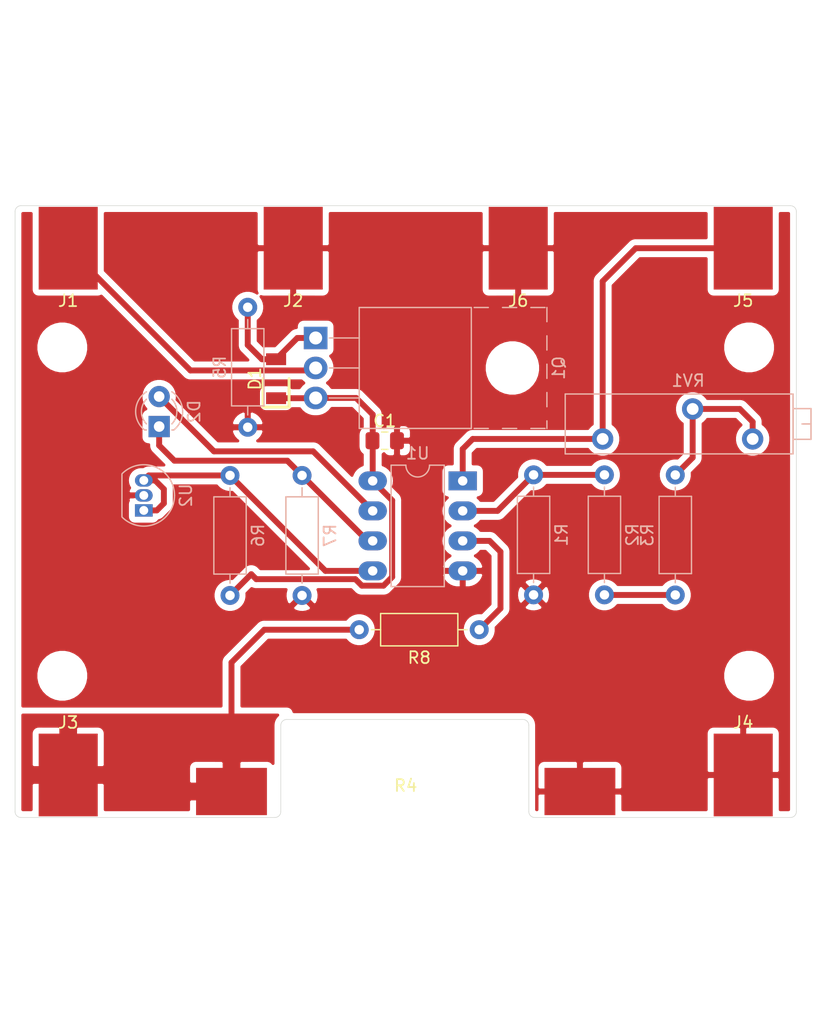
<source format=kicad_pcb>
(kicad_pcb (version 20171130) (host pcbnew 5.1.9)

  (general
    (thickness 1.6)
    (drawings 16)
    (tracks 62)
    (zones 0)
    (modules 25)
    (nets 14)
  )

  (page A4)
  (layers
    (0 F.Cu signal)
    (31 B.Cu signal)
    (32 B.Adhes user)
    (33 F.Adhes user)
    (34 B.Paste user)
    (35 F.Paste user)
    (36 B.SilkS user)
    (37 F.SilkS user)
    (38 B.Mask user)
    (39 F.Mask user)
    (40 Dwgs.User user)
    (41 Cmts.User user)
    (42 Eco1.User user)
    (43 Eco2.User user)
    (44 Edge.Cuts user)
    (45 Margin user)
    (46 B.CrtYd user)
    (47 F.CrtYd user)
    (48 B.Fab user)
    (49 F.Fab user)
  )

  (setup
    (last_trace_width 0.5)
    (user_trace_width 0.3)
    (user_trace_width 0.5)
    (user_trace_width 1)
    (user_trace_width 1.5)
    (trace_clearance 0.2)
    (zone_clearance 0.508)
    (zone_45_only no)
    (trace_min 0.2)
    (via_size 0.8)
    (via_drill 0.4)
    (via_min_size 0.4)
    (via_min_drill 0.3)
    (uvia_size 0.3)
    (uvia_drill 0.1)
    (uvias_allowed no)
    (uvia_min_size 0.2)
    (uvia_min_drill 0.1)
    (edge_width 0.05)
    (segment_width 0.2)
    (pcb_text_width 0.3)
    (pcb_text_size 1.5 1.5)
    (mod_edge_width 0.12)
    (mod_text_size 1 1)
    (mod_text_width 0.15)
    (pad_size 1.524 1.524)
    (pad_drill 0.762)
    (pad_to_mask_clearance 0)
    (aux_axis_origin 0 0)
    (visible_elements FFFFFF7F)
    (pcbplotparams
      (layerselection 0x010fc_ffffffff)
      (usegerberextensions false)
      (usegerberattributes true)
      (usegerberadvancedattributes true)
      (creategerberjobfile true)
      (excludeedgelayer true)
      (linewidth 0.100000)
      (plotframeref false)
      (viasonmask false)
      (mode 1)
      (useauxorigin false)
      (hpglpennumber 1)
      (hpglpenspeed 20)
      (hpglpendiameter 15.000000)
      (psnegative false)
      (psa4output false)
      (plotreference true)
      (plotvalue true)
      (plotinvisibletext false)
      (padsonsilk false)
      (subtractmaskfromsilk false)
      (outputformat 1)
      (mirror false)
      (drillshape 1)
      (scaleselection 1)
      (outputdirectory ""))
  )

  (net 0 "")
  (net 1 VCC)
  (net 2 GND)
  (net 3 "Net-(D1-Pad2)")
  (net 4 "Net-(D2-Pad1)")
  (net 5 "Net-(D2-Pad2)")
  (net 6 "Net-(J1-Pad1)")
  (net 7 "Net-(J3-Pad1)")
  (net 8 "Net-(J5-Pad1)")
  (net 9 "Net-(R1-Pad2)")
  (net 10 "Net-(R2-Pad1)")
  (net 11 "Net-(R3-Pad1)")
  (net 12 "Net-(R6-Pad2)")
  (net 13 "Net-(R8-Pad1)")

  (net_class Default "This is the default net class."
    (clearance 0.2)
    (trace_width 0.25)
    (via_dia 0.8)
    (via_drill 0.4)
    (uvia_dia 0.3)
    (uvia_drill 0.1)
    (add_net GND)
    (add_net "Net-(D1-Pad2)")
    (add_net "Net-(D2-Pad1)")
    (add_net "Net-(D2-Pad2)")
    (add_net "Net-(J1-Pad1)")
    (add_net "Net-(J3-Pad1)")
    (add_net "Net-(J5-Pad1)")
    (add_net "Net-(R1-Pad2)")
    (add_net "Net-(R2-Pad1)")
    (add_net "Net-(R3-Pad1)")
    (add_net "Net-(R6-Pad2)")
    (add_net "Net-(R8-Pad1)")
    (add_net VCC)
  )

  (module Resistor_THT:R_Axial_DIN0207_L6.3mm_D2.5mm_P10.16mm_Horizontal (layer F.Cu) (tedit 5AE5139B) (tstamp 5FFE9705)
    (at 119.3 105.9 180)
    (descr "Resistor, Axial_DIN0207 series, Axial, Horizontal, pin pitch=10.16mm, 0.25W = 1/4W, length*diameter=6.3*2.5mm^2, http://cdn-reichelt.de/documents/datenblatt/B400/1_4W%23YAG.pdf")
    (tags "Resistor Axial_DIN0207 series Axial Horizontal pin pitch 10.16mm 0.25W = 1/4W length 6.3mm diameter 2.5mm")
    (path /5FFF27F8)
    (fp_text reference R8 (at 5.08 -2.37) (layer F.SilkS)
      (effects (font (size 1 1) (thickness 0.15)))
    )
    (fp_text value 0 (at 5.08 2.37) (layer F.Fab)
      (effects (font (size 1 1) (thickness 0.15)))
    )
    (fp_text user %R (at 5.08 0) (layer F.Fab)
      (effects (font (size 1 1) (thickness 0.15)))
    )
    (fp_line (start 1.93 -1.25) (end 1.93 1.25) (layer F.Fab) (width 0.1))
    (fp_line (start 1.93 1.25) (end 8.23 1.25) (layer F.Fab) (width 0.1))
    (fp_line (start 8.23 1.25) (end 8.23 -1.25) (layer F.Fab) (width 0.1))
    (fp_line (start 8.23 -1.25) (end 1.93 -1.25) (layer F.Fab) (width 0.1))
    (fp_line (start 0 0) (end 1.93 0) (layer F.Fab) (width 0.1))
    (fp_line (start 10.16 0) (end 8.23 0) (layer F.Fab) (width 0.1))
    (fp_line (start 1.81 -1.37) (end 1.81 1.37) (layer F.SilkS) (width 0.12))
    (fp_line (start 1.81 1.37) (end 8.35 1.37) (layer F.SilkS) (width 0.12))
    (fp_line (start 8.35 1.37) (end 8.35 -1.37) (layer F.SilkS) (width 0.12))
    (fp_line (start 8.35 -1.37) (end 1.81 -1.37) (layer F.SilkS) (width 0.12))
    (fp_line (start 1.04 0) (end 1.81 0) (layer F.SilkS) (width 0.12))
    (fp_line (start 9.12 0) (end 8.35 0) (layer F.SilkS) (width 0.12))
    (fp_line (start -1.05 -1.5) (end -1.05 1.5) (layer F.CrtYd) (width 0.05))
    (fp_line (start -1.05 1.5) (end 11.21 1.5) (layer F.CrtYd) (width 0.05))
    (fp_line (start 11.21 1.5) (end 11.21 -1.5) (layer F.CrtYd) (width 0.05))
    (fp_line (start 11.21 -1.5) (end -1.05 -1.5) (layer F.CrtYd) (width 0.05))
    (pad 2 thru_hole oval (at 10.16 0 180) (size 1.6 1.6) (drill 0.8) (layers *.Cu *.Mask)
      (net 7 "Net-(J3-Pad1)"))
    (pad 1 thru_hole circle (at 0 0 180) (size 1.6 1.6) (drill 0.8) (layers *.Cu *.Mask)
      (net 13 "Net-(R8-Pad1)"))
    (model ${KISYS3DMOD}/Resistor_THT.3dshapes/R_Axial_DIN0207_L6.3mm_D2.5mm_P10.16mm_Horizontal.wrl
      (at (xyz 0 0 0))
      (scale (xyz 1 1 1))
      (rotate (xyz 0 0 0))
    )
  )

  (module pl_DalePR:RH-10 (layer F.Cu) (tedit 5FFE237A) (tstamp 5FFE838B)
    (at 113.075 119.6 180)
    (path /5FFCE403)
    (fp_text reference R4 (at 0 0.5) (layer F.SilkS)
      (effects (font (size 1 1) (thickness 0.15)))
    )
    (fp_text value Rs (at 0 -0.5) (layer F.Fab)
      (effects (font (size 1 1) (thickness 0.15)))
    )
    (fp_line (start -9.5 5.75) (end 9.5 5.75) (layer F.CrtYd) (width 0.12))
    (fp_line (start 9.5 5.75) (end 9.5 -4.5) (layer F.CrtYd) (width 0.12))
    (fp_line (start 9.5 -4.5) (end -9.5 -4.5) (layer F.CrtYd) (width 0.12))
    (fp_line (start -9.5 -4.5) (end -9.5 5.75) (layer F.CrtYd) (width 0.12))
    (pad 2 smd rect (at 14.75 0 180) (size 6 4) (layers F.Cu F.Paste F.Mask)
      (net 7 "Net-(J3-Pad1)"))
    (pad 1 smd rect (at -14.75 0 180) (size 6 4) (layers F.Cu F.Paste F.Mask)
      (net 2 GND))
    (model ${KIPRJMOD}/3d_models/pl_DalePR.3dshapes/RH-NH010.step
      (at (xyz 0 0 0))
      (scale (xyz 1 1 1))
      (rotate (xyz 0 0 0))
    )
  )

  (module MountingHole:MountingHole_3.2mm_M3 (layer F.Cu) (tedit 56D1B4CB) (tstamp 5FFC07BB)
    (at 142.15 109.8)
    (descr "Mounting Hole 3.2mm, no annular, M3")
    (tags "mounting hole 3.2mm no annular m3")
    (path /60222CEF)
    (attr virtual)
    (fp_text reference H4 (at 0 -4.2) (layer F.SilkS) hide
      (effects (font (size 1 1) (thickness 0.15)))
    )
    (fp_text value MountingHole (at 0 4.2) (layer F.Fab)
      (effects (font (size 1 1) (thickness 0.15)))
    )
    (fp_circle (center 0 0) (end 3.45 0) (layer F.CrtYd) (width 0.05))
    (fp_circle (center 0 0) (end 3.2 0) (layer Cmts.User) (width 0.15))
    (fp_text user %R (at 0.3 0) (layer F.Fab)
      (effects (font (size 1 1) (thickness 0.15)))
    )
    (pad 1 np_thru_hole circle (at 0 0) (size 3.2 3.2) (drill 3.2) (layers *.Cu *.Mask))
  )

  (module MountingHole:MountingHole_3.2mm_M3 (layer F.Cu) (tedit 56D1B4CB) (tstamp 5FFC0380)
    (at 142.15 82)
    (descr "Mounting Hole 3.2mm, no annular, M3")
    (tags "mounting hole 3.2mm no annular m3")
    (path /60221DA9)
    (attr virtual)
    (fp_text reference H3 (at 0 -4.2) (layer F.SilkS) hide
      (effects (font (size 1 1) (thickness 0.15)))
    )
    (fp_text value MountingHole (at 0 4.2) (layer F.Fab)
      (effects (font (size 1 1) (thickness 0.15)))
    )
    (fp_circle (center 0 0) (end 3.45 0) (layer F.CrtYd) (width 0.05))
    (fp_circle (center 0 0) (end 3.2 0) (layer Cmts.User) (width 0.15))
    (fp_text user %R (at 0.3 0) (layer F.Fab)
      (effects (font (size 1 1) (thickness 0.15)))
    )
    (pad 1 np_thru_hole circle (at 0 0) (size 3.2 3.2) (drill 3.2) (layers *.Cu *.Mask))
  )

  (module MountingHole:MountingHole_3.2mm_M3 (layer F.Cu) (tedit 56D1B4CB) (tstamp 5FFC0833)
    (at 84 109.8)
    (descr "Mounting Hole 3.2mm, no annular, M3")
    (tags "mounting hole 3.2mm no annular m3")
    (path /602225A1)
    (attr virtual)
    (fp_text reference H2 (at 0 -4.2) (layer F.SilkS) hide
      (effects (font (size 1 1) (thickness 0.15)))
    )
    (fp_text value MountingHole (at 0 4.2) (layer F.Fab)
      (effects (font (size 1 1) (thickness 0.15)))
    )
    (fp_circle (center 0 0) (end 3.45 0) (layer F.CrtYd) (width 0.05))
    (fp_circle (center 0 0) (end 3.2 0) (layer Cmts.User) (width 0.15))
    (fp_text user %R (at 0.3 0) (layer F.Fab)
      (effects (font (size 1 1) (thickness 0.15)))
    )
    (pad 1 np_thru_hole circle (at 0 0) (size 3.2 3.2) (drill 3.2) (layers *.Cu *.Mask))
  )

  (module MountingHole:MountingHole_3.2mm_M3 (layer F.Cu) (tedit 56D1B4CB) (tstamp 5FFC0370)
    (at 84 82)
    (descr "Mounting Hole 3.2mm, no annular, M3")
    (tags "mounting hole 3.2mm no annular m3")
    (path /6022130F)
    (attr virtual)
    (fp_text reference H1 (at 0 -4.2) (layer F.SilkS) hide
      (effects (font (size 1 1) (thickness 0.15)))
    )
    (fp_text value MountingHole (at 0 4.2) (layer F.Fab)
      (effects (font (size 1 1) (thickness 0.15)))
    )
    (fp_circle (center 0 0) (end 3.45 0) (layer F.CrtYd) (width 0.05))
    (fp_circle (center 0 0) (end 3.2 0) (layer Cmts.User) (width 0.15))
    (fp_text user %R (at 0.3 0) (layer F.Fab)
      (effects (font (size 1 1) (thickness 0.15)))
    )
    (pad 1 np_thru_hole circle (at 0 0) (size 3.2 3.2) (drill 3.2) (layers *.Cu *.Mask))
  )

  (module LED_THT:LED_D3.0mm (layer B.Cu) (tedit 587A3A7B) (tstamp 5FFC08C9)
    (at 92.2 88.7 90)
    (descr "LED, diameter 3.0mm, 2 pins")
    (tags "LED diameter 3.0mm 2 pins")
    (path /6006D600)
    (fp_text reference D2 (at 1.27 2.96 90) (layer B.SilkS)
      (effects (font (size 1 1) (thickness 0.15)) (justify mirror))
    )
    (fp_text value LED (at 1.27 -2.96 90) (layer B.Fab)
      (effects (font (size 1 1) (thickness 0.15)) (justify mirror))
    )
    (fp_line (start 3.7 2.25) (end -1.15 2.25) (layer B.CrtYd) (width 0.05))
    (fp_line (start 3.7 -2.25) (end 3.7 2.25) (layer B.CrtYd) (width 0.05))
    (fp_line (start -1.15 -2.25) (end 3.7 -2.25) (layer B.CrtYd) (width 0.05))
    (fp_line (start -1.15 2.25) (end -1.15 -2.25) (layer B.CrtYd) (width 0.05))
    (fp_line (start -0.29 -1.08) (end -0.29 -1.236) (layer B.SilkS) (width 0.12))
    (fp_line (start -0.29 1.236) (end -0.29 1.08) (layer B.SilkS) (width 0.12))
    (fp_line (start -0.23 1.16619) (end -0.23 -1.16619) (layer B.Fab) (width 0.1))
    (fp_circle (center 1.27 0) (end 2.77 0) (layer B.Fab) (width 0.1))
    (fp_arc (start 1.27 0) (end 0.229039 -1.08) (angle 87.9) (layer B.SilkS) (width 0.12))
    (fp_arc (start 1.27 0) (end 0.229039 1.08) (angle -87.9) (layer B.SilkS) (width 0.12))
    (fp_arc (start 1.27 0) (end -0.29 -1.235516) (angle 108.8) (layer B.SilkS) (width 0.12))
    (fp_arc (start 1.27 0) (end -0.29 1.235516) (angle -108.8) (layer B.SilkS) (width 0.12))
    (fp_arc (start 1.27 0) (end -0.23 1.16619) (angle -284.3) (layer B.Fab) (width 0.1))
    (pad 2 thru_hole circle (at 2.54 0 90) (size 1.8 1.8) (drill 0.9) (layers *.Cu *.Mask)
      (net 5 "Net-(D2-Pad2)"))
    (pad 1 thru_hole rect (at 0 0 90) (size 1.8 1.8) (drill 0.9) (layers *.Cu *.Mask)
      (net 4 "Net-(D2-Pad1)"))
    (model ${KISYS3DMOD}/LED_THT.3dshapes/LED_D3.0mm.wrl
      (at (xyz 0 0 0))
      (scale (xyz 1 1 1))
      (rotate (xyz 0 0 0))
    )
  )

  (module Package_TO_SOT_THT:TO-220-3_Horizontal_TabUp (layer B.Cu) (tedit 5AC8BA0D) (tstamp 5FFBE60A)
    (at 105.45 81.2 270)
    (descr "TO-220-3, Horizontal, RM 2.54mm, see https://www.vishay.com/docs/66542/to-220-1.pdf")
    (tags "TO-220-3 Horizontal RM 2.54mm")
    (path /600F64F0)
    (fp_text reference Q1 (at 2.54 -20.58 270) (layer B.SilkS)
      (effects (font (size 1 1) (thickness 0.15)) (justify mirror))
    )
    (fp_text value MTP2P50E (at 2.54 2 270) (layer B.Fab)
      (effects (font (size 1 1) (thickness 0.15)) (justify mirror))
    )
    (fp_line (start 7.79 1.25) (end -2.71 1.25) (layer B.CrtYd) (width 0.05))
    (fp_line (start 7.79 -19.71) (end 7.79 1.25) (layer B.CrtYd) (width 0.05))
    (fp_line (start -2.71 -19.71) (end 7.79 -19.71) (layer B.CrtYd) (width 0.05))
    (fp_line (start -2.71 1.25) (end -2.71 -19.71) (layer B.CrtYd) (width 0.05))
    (fp_line (start 5.08 -1.15) (end 5.08 -3.69) (layer B.SilkS) (width 0.12))
    (fp_line (start 2.54 -1.15) (end 2.54 -3.69) (layer B.SilkS) (width 0.12))
    (fp_line (start 0 -1.15) (end 0 -3.69) (layer B.SilkS) (width 0.12))
    (fp_line (start 7.66 -18.22) (end 7.66 -19.42) (layer B.SilkS) (width 0.12))
    (fp_line (start 7.66 -15.82) (end 7.66 -17.02) (layer B.SilkS) (width 0.12))
    (fp_line (start 7.66 -13.42) (end 7.66 -14.62) (layer B.SilkS) (width 0.12))
    (fp_line (start -2.58 -18.22) (end -2.58 -19.42) (layer B.SilkS) (width 0.12))
    (fp_line (start -2.58 -15.82) (end -2.58 -17.02) (layer B.SilkS) (width 0.12))
    (fp_line (start -2.58 -13.42) (end -2.58 -14.62) (layer B.SilkS) (width 0.12))
    (fp_line (start 7.02 -19.58) (end 7.66 -19.58) (layer B.SilkS) (width 0.12))
    (fp_line (start 4.62 -19.58) (end 5.82 -19.58) (layer B.SilkS) (width 0.12))
    (fp_line (start 2.22 -19.58) (end 3.42 -19.58) (layer B.SilkS) (width 0.12))
    (fp_line (start -0.181 -19.58) (end 1.02 -19.58) (layer B.SilkS) (width 0.12))
    (fp_line (start -2.58 -19.58) (end -1.38 -19.58) (layer B.SilkS) (width 0.12))
    (fp_line (start 7.66 -3.69) (end 7.66 -13.18) (layer B.SilkS) (width 0.12))
    (fp_line (start -2.58 -3.69) (end -2.58 -13.18) (layer B.SilkS) (width 0.12))
    (fp_line (start -2.58 -13.18) (end 7.66 -13.18) (layer B.SilkS) (width 0.12))
    (fp_line (start -2.58 -3.69) (end 7.66 -3.69) (layer B.SilkS) (width 0.12))
    (fp_line (start 5.08 -3.81) (end 5.08 0) (layer B.Fab) (width 0.1))
    (fp_line (start 2.54 -3.81) (end 2.54 0) (layer B.Fab) (width 0.1))
    (fp_line (start 0 -3.81) (end 0 0) (layer B.Fab) (width 0.1))
    (fp_line (start 7.54 -3.81) (end -2.46 -3.81) (layer B.Fab) (width 0.1))
    (fp_line (start 7.54 -13.06) (end 7.54 -3.81) (layer B.Fab) (width 0.1))
    (fp_line (start -2.46 -13.06) (end 7.54 -13.06) (layer B.Fab) (width 0.1))
    (fp_line (start -2.46 -3.81) (end -2.46 -13.06) (layer B.Fab) (width 0.1))
    (fp_line (start 7.54 -13.06) (end -2.46 -13.06) (layer B.Fab) (width 0.1))
    (fp_line (start 7.54 -19.46) (end 7.54 -13.06) (layer B.Fab) (width 0.1))
    (fp_line (start -2.46 -19.46) (end 7.54 -19.46) (layer B.Fab) (width 0.1))
    (fp_line (start -2.46 -13.06) (end -2.46 -19.46) (layer B.Fab) (width 0.1))
    (fp_circle (center 2.54 -16.66) (end 4.39 -16.66) (layer B.Fab) (width 0.1))
    (fp_text user %R (at 2.54 -20.58 270) (layer B.Fab)
      (effects (font (size 1 1) (thickness 0.15)) (justify mirror))
    )
    (pad 3 thru_hole oval (at 5.08 0 270) (size 1.905 2) (drill 1.1) (layers *.Cu *.Mask)
      (net 1 VCC))
    (pad 2 thru_hole oval (at 2.54 0 270) (size 1.905 2) (drill 1.1) (layers *.Cu *.Mask)
      (net 6 "Net-(J1-Pad1)"))
    (pad 1 thru_hole rect (at 0 0 270) (size 1.905 2) (drill 1.1) (layers *.Cu *.Mask)
      (net 3 "Net-(D1-Pad2)"))
    (pad "" np_thru_hole oval (at 2.54 -16.66 270) (size 3.5 3.5) (drill 3.5) (layers *.Cu *.Mask))
    (model ${KISYS3DMOD}/Package_TO_SOT_THT.3dshapes/TO-220-3_Horizontal_TabUp.wrl
      (at (xyz 0 0 0))
      (scale (xyz 1 1 1))
      (rotate (xyz 0 0 0))
    )
  )

  (module Capacitor_SMD:C_0805_2012Metric_Pad1.18x1.45mm_HandSolder (layer F.Cu) (tedit 5F68FEEF) (tstamp 5FFE9057)
    (at 111.3 89.9)
    (descr "Capacitor SMD 0805 (2012 Metric), square (rectangular) end terminal, IPC_7351 nominal with elongated pad for handsoldering. (Body size source: IPC-SM-782 page 76, https://www.pcb-3d.com/wordpress/wp-content/uploads/ipc-sm-782a_amendment_1_and_2.pdf, https://docs.google.com/spreadsheets/d/1BsfQQcO9C6DZCsRaXUlFlo91Tg2WpOkGARC1WS5S8t0/edit?usp=sharing), generated with kicad-footprint-generator")
    (tags "capacitor handsolder")
    (path /6000C37C)
    (attr smd)
    (fp_text reference C1 (at 0 -1.68) (layer F.SilkS)
      (effects (font (size 1 1) (thickness 0.15)))
    )
    (fp_text value 10nF (at 0 1.68) (layer F.Fab)
      (effects (font (size 1 1) (thickness 0.15)))
    )
    (fp_line (start -1 0.625) (end -1 -0.625) (layer F.Fab) (width 0.1))
    (fp_line (start -1 -0.625) (end 1 -0.625) (layer F.Fab) (width 0.1))
    (fp_line (start 1 -0.625) (end 1 0.625) (layer F.Fab) (width 0.1))
    (fp_line (start 1 0.625) (end -1 0.625) (layer F.Fab) (width 0.1))
    (fp_line (start -0.261252 -0.735) (end 0.261252 -0.735) (layer F.SilkS) (width 0.12))
    (fp_line (start -0.261252 0.735) (end 0.261252 0.735) (layer F.SilkS) (width 0.12))
    (fp_line (start -1.88 0.98) (end -1.88 -0.98) (layer F.CrtYd) (width 0.05))
    (fp_line (start -1.88 -0.98) (end 1.88 -0.98) (layer F.CrtYd) (width 0.05))
    (fp_line (start 1.88 -0.98) (end 1.88 0.98) (layer F.CrtYd) (width 0.05))
    (fp_line (start 1.88 0.98) (end -1.88 0.98) (layer F.CrtYd) (width 0.05))
    (fp_text user %R (at 0 0) (layer F.Fab)
      (effects (font (size 0.5 0.5) (thickness 0.08)))
    )
    (pad 1 smd roundrect (at -1.0375 0) (size 1.175 1.45) (layers F.Cu F.Paste F.Mask) (roundrect_rratio 0.212766)
      (net 1 VCC))
    (pad 2 smd roundrect (at 1.0375 0) (size 1.175 1.45) (layers F.Cu F.Paste F.Mask) (roundrect_rratio 0.212766)
      (net 2 GND))
    (model ${KISYS3DMOD}/Capacitor_SMD.3dshapes/C_0805_2012Metric.wrl
      (at (xyz 0 0 0))
      (scale (xyz 1 1 1))
      (rotate (xyz 0 0 0))
    )
  )

  (module pl_Nexperia:Nexperia_BZV55_SOD80C (layer F.Cu) (tedit 5C8FCE94) (tstamp 5FFBAB5C)
    (at 102.1 84.65 90)
    (path /6010E419)
    (fp_text reference D1 (at 0 -1.8 90) (layer F.SilkS)
      (effects (font (size 1 1) (thickness 0.15)))
    )
    (fp_text value D_Zener (at 0 1.9 90) (layer F.Fab)
      (effects (font (size 0.5 0.5) (thickness 0.125)))
    )
    (fp_line (start 0 -1.1) (end -2.4 -1.1) (layer F.SilkS) (width 0.25))
    (fp_line (start -2.4 -1.1) (end -2.4 1.1) (layer F.SilkS) (width 0.25))
    (fp_line (start -2.4 1.1) (end 0 1.1) (layer F.SilkS) (width 0.25))
    (fp_line (start 0.4 0) (end 1.1 0) (layer F.Fab) (width 0.1))
    (fp_line (start -0.3 0) (end -1.1 0) (layer F.Fab) (width 0.1))
    (fp_line (start -0.3 0.5) (end -0.3 -0.5) (layer F.Fab) (width 0.1))
    (fp_line (start 0.4 0.3) (end 0.4 -0.3) (layer F.Fab) (width 0.1))
    (fp_line (start 0.4 -0.3) (end -0.3 0) (layer F.Fab) (width 0.1))
    (fp_line (start -0.3 0) (end 0.4 0.3) (layer F.Fab) (width 0.1))
    (fp_line (start -1.85 -0.8) (end 1.85 -0.8) (layer F.Fab) (width 0.1))
    (fp_line (start 1.85 -0.8) (end 1.85 0.8) (layer F.Fab) (width 0.1))
    (fp_line (start 1.85 0.8) (end -1.85 0.8) (layer F.Fab) (width 0.1))
    (fp_line (start -1.85 0.8) (end -1.85 -0.8) (layer F.Fab) (width 0.1))
    (fp_line (start -2.275 -1.125) (end 2.275 -1.125) (layer F.CrtYd) (width 0.1))
    (fp_line (start 2.275 -1.125) (end 2.275 1.125) (layer F.CrtYd) (width 0.1))
    (fp_line (start 2.275 1.125) (end -2.275 1.125) (layer F.CrtYd) (width 0.1))
    (fp_line (start -2.275 1.125) (end -2.275 -1.125) (layer F.CrtYd) (width 0.1))
    (pad 1 smd rect (at -1.65 0 90) (size 1 1.7) (layers F.Cu F.Paste F.Mask)
      (net 1 VCC) (solder_paste_margin -0.05))
    (pad 2 smd rect (at 1.65 0 90) (size 1 1.7) (layers F.Cu F.Paste F.Mask)
      (net 3 "Net-(D1-Pad2)") (solder_paste_margin -0.05))
    (model ${KIPRJMOD}/3d_models/pl_Nexperia.3dshapes/D_SOD-80C.step
      (at (xyz 0 0 0))
      (scale (xyz 1 1 1))
      (rotate (xyz 0 0 0))
    )
  )

  (module pl_Banana:banana_edge_mount (layer F.Cu) (tedit 5FDBAFFC) (tstamp 5FFBAB97)
    (at 84.5 73.6)
    (path /5FFE77A4)
    (fp_text reference J1 (at 0 4.445) (layer F.SilkS)
      (effects (font (size 1 1) (thickness 0.15)))
    )
    (fp_text value +Vcc (at 0 -10.16) (layer F.Fab)
      (effects (font (size 1 1) (thickness 0.15)))
    )
    (fp_line (start -4.445 -3.81) (end 4.445 -3.81) (layer Dwgs.User) (width 0.12))
    (fp_line (start 4.445 -3.81) (end 4.445 -15.875) (layer Dwgs.User) (width 0.12))
    (fp_line (start 4.445 -15.875) (end -4.445 -15.875) (layer Dwgs.User) (width 0.12))
    (fp_line (start -4.445 -15.875) (end -4.445 -3.81) (layer Dwgs.User) (width 0.12))
    (fp_line (start -5.715 -15.875) (end 5.715 -15.875) (layer Dwgs.User) (width 0.12))
    (fp_line (start 5.715 -15.875) (end 5.715 -20.32) (layer Dwgs.User) (width 0.12))
    (fp_line (start 5.08 -20.955) (end -5.08 -20.955) (layer Dwgs.User) (width 0.12))
    (fp_line (start -5.715 -20.32) (end -5.715 -15.875) (layer Dwgs.User) (width 0.12))
    (fp_line (start -4.318 -3.556) (end 4.318 -3.556) (layer Dwgs.User) (width 0.12))
    (fp_arc (start -5.08 -20.32) (end -5.08 -20.955) (angle -90) (layer Dwgs.User) (width 0.12))
    (fp_arc (start 5.08 -20.32) (end 5.715 -20.32) (angle -90) (layer Dwgs.User) (width 0.12))
    (fp_text user "PCB EDGE" (at 0 -4.2164) (layer Dwgs.User)
      (effects (font (size 1 1) (thickness 0.15)))
    )
    (pad 1 smd rect (at 0 0) (size 5 7) (layers F.Cu F.Paste F.Mask)
      (net 6 "Net-(J1-Pad1)"))
    (model ${KIPRJMOD}/lib_fp/pl_Banana.pretty/banana_edge_mount.kicad_mod
      (at (xyz 0 0 0))
      (scale (xyz 1 1 1))
      (rotate (xyz 0 0 0))
    )
    (model ${KIPRJMOD}/3d_models/pl_Banana.3dshapes/banana_edge_mount.step
      (at (xyz 0 0 0))
      (scale (xyz 1 1 1))
      (rotate (xyz 0 0 0))
    )
  )

  (module pl_Banana:banana_edge_mount (layer F.Cu) (tedit 5FDBAFFC) (tstamp 5FFBB513)
    (at 103.55 73.6)
    (path /5FFE7D88)
    (fp_text reference J2 (at 0 4.445) (layer F.SilkS)
      (effects (font (size 1 1) (thickness 0.15)))
    )
    (fp_text value GND (at 0 -10.16) (layer F.Fab)
      (effects (font (size 1 1) (thickness 0.15)))
    )
    (fp_line (start -4.318 -3.556) (end 4.318 -3.556) (layer Dwgs.User) (width 0.12))
    (fp_line (start -5.715 -20.32) (end -5.715 -15.875) (layer Dwgs.User) (width 0.12))
    (fp_line (start 5.08 -20.955) (end -5.08 -20.955) (layer Dwgs.User) (width 0.12))
    (fp_line (start 5.715 -15.875) (end 5.715 -20.32) (layer Dwgs.User) (width 0.12))
    (fp_line (start -5.715 -15.875) (end 5.715 -15.875) (layer Dwgs.User) (width 0.12))
    (fp_line (start -4.445 -15.875) (end -4.445 -3.81) (layer Dwgs.User) (width 0.12))
    (fp_line (start 4.445 -15.875) (end -4.445 -15.875) (layer Dwgs.User) (width 0.12))
    (fp_line (start 4.445 -3.81) (end 4.445 -15.875) (layer Dwgs.User) (width 0.12))
    (fp_line (start -4.445 -3.81) (end 4.445 -3.81) (layer Dwgs.User) (width 0.12))
    (fp_text user "PCB EDGE" (at 0 -4.2164) (layer Dwgs.User)
      (effects (font (size 1 1) (thickness 0.15)))
    )
    (fp_arc (start 5.08 -20.32) (end 5.715 -20.32) (angle -90) (layer Dwgs.User) (width 0.12))
    (fp_arc (start -5.08 -20.32) (end -5.08 -20.955) (angle -90) (layer Dwgs.User) (width 0.12))
    (pad 1 smd rect (at 0 0) (size 5 7) (layers F.Cu F.Paste F.Mask)
      (net 2 GND))
    (model ${KIPRJMOD}/lib_fp/pl_Banana.pretty/banana_edge_mount.kicad_mod
      (at (xyz 0 0 0))
      (scale (xyz 1 1 1))
      (rotate (xyz 0 0 0))
    )
    (model ${KIPRJMOD}/3d_models/pl_Banana.3dshapes/banana_edge_mount.step
      (at (xyz 0 0 0))
      (scale (xyz 1 1 1))
      (rotate (xyz 0 0 0))
    )
  )

  (module pl_Banana:banana_edge_mount (layer F.Cu) (tedit 5FDBAFFC) (tstamp 5FFC0809)
    (at 84.5 118.2 180)
    (path /5FFE27DF)
    (fp_text reference J3 (at 0 4.445) (layer F.SilkS)
      (effects (font (size 1 1) (thickness 0.15)))
    )
    (fp_text value +LOAD (at 0 -10.16) (layer F.Fab)
      (effects (font (size 1 1) (thickness 0.15)))
    )
    (fp_line (start -4.445 -3.81) (end 4.445 -3.81) (layer Dwgs.User) (width 0.12))
    (fp_line (start 4.445 -3.81) (end 4.445 -15.875) (layer Dwgs.User) (width 0.12))
    (fp_line (start 4.445 -15.875) (end -4.445 -15.875) (layer Dwgs.User) (width 0.12))
    (fp_line (start -4.445 -15.875) (end -4.445 -3.81) (layer Dwgs.User) (width 0.12))
    (fp_line (start -5.715 -15.875) (end 5.715 -15.875) (layer Dwgs.User) (width 0.12))
    (fp_line (start 5.715 -15.875) (end 5.715 -20.32) (layer Dwgs.User) (width 0.12))
    (fp_line (start 5.08 -20.955) (end -5.08 -20.955) (layer Dwgs.User) (width 0.12))
    (fp_line (start -5.715 -20.32) (end -5.715 -15.875) (layer Dwgs.User) (width 0.12))
    (fp_line (start -4.318 -3.556) (end 4.318 -3.556) (layer Dwgs.User) (width 0.12))
    (fp_arc (start -5.08 -20.32) (end -5.08 -20.955) (angle -90) (layer Dwgs.User) (width 0.12))
    (fp_arc (start 5.08 -20.32) (end 5.715 -20.32) (angle -90) (layer Dwgs.User) (width 0.12))
    (fp_text user "PCB EDGE" (at 0 -4.2164) (layer Dwgs.User)
      (effects (font (size 1 1) (thickness 0.15)))
    )
    (pad 1 smd rect (at 0 0 180) (size 5 7) (layers F.Cu F.Paste F.Mask)
      (net 7 "Net-(J3-Pad1)"))
    (model ${KIPRJMOD}/lib_fp/pl_Banana.pretty/banana_edge_mount.kicad_mod
      (at (xyz 0 0 0))
      (scale (xyz 1 1 1))
      (rotate (xyz 0 0 0))
    )
    (model ${KIPRJMOD}/3d_models/pl_Banana.3dshapes/banana_edge_mount.step
      (at (xyz 0 0 0))
      (scale (xyz 1 1 1))
      (rotate (xyz 0 0 0))
    )
  )

  (module pl_Banana:banana_edge_mount (layer F.Cu) (tedit 5FDBAFFC) (tstamp 5FFC07D9)
    (at 141.65 118.2 180)
    (path /5FFE39E8)
    (fp_text reference J4 (at 0 4.445) (layer F.SilkS)
      (effects (font (size 1 1) (thickness 0.15)))
    )
    (fp_text value -LOAD (at 0 -10.16) (layer F.Fab)
      (effects (font (size 1 1) (thickness 0.15)))
    )
    (fp_line (start -4.318 -3.556) (end 4.318 -3.556) (layer Dwgs.User) (width 0.12))
    (fp_line (start -5.715 -20.32) (end -5.715 -15.875) (layer Dwgs.User) (width 0.12))
    (fp_line (start 5.08 -20.955) (end -5.08 -20.955) (layer Dwgs.User) (width 0.12))
    (fp_line (start 5.715 -15.875) (end 5.715 -20.32) (layer Dwgs.User) (width 0.12))
    (fp_line (start -5.715 -15.875) (end 5.715 -15.875) (layer Dwgs.User) (width 0.12))
    (fp_line (start -4.445 -15.875) (end -4.445 -3.81) (layer Dwgs.User) (width 0.12))
    (fp_line (start 4.445 -15.875) (end -4.445 -15.875) (layer Dwgs.User) (width 0.12))
    (fp_line (start 4.445 -3.81) (end 4.445 -15.875) (layer Dwgs.User) (width 0.12))
    (fp_line (start -4.445 -3.81) (end 4.445 -3.81) (layer Dwgs.User) (width 0.12))
    (fp_text user "PCB EDGE" (at 0 -4.2164) (layer Dwgs.User)
      (effects (font (size 1 1) (thickness 0.15)))
    )
    (fp_arc (start 5.08 -20.32) (end 5.715 -20.32) (angle -90) (layer Dwgs.User) (width 0.12))
    (fp_arc (start -5.08 -20.32) (end -5.08 -20.955) (angle -90) (layer Dwgs.User) (width 0.12))
    (pad 1 smd rect (at 0 0 180) (size 5 7) (layers F.Cu F.Paste F.Mask)
      (net 2 GND))
    (model ${KIPRJMOD}/lib_fp/pl_Banana.pretty/banana_edge_mount.kicad_mod
      (at (xyz 0 0 0))
      (scale (xyz 1 1 1))
      (rotate (xyz 0 0 0))
    )
    (model ${KIPRJMOD}/3d_models/pl_Banana.3dshapes/banana_edge_mount.step
      (at (xyz 0 0 0))
      (scale (xyz 1 1 1))
      (rotate (xyz 0 0 0))
    )
  )

  (module pl_Banana:banana_edge_mount (layer F.Cu) (tedit 5FDBAFFC) (tstamp 5FFBABDB)
    (at 141.65 73.6)
    (path /60027C1B)
    (fp_text reference J5 (at 0 4.445) (layer F.SilkS)
      (effects (font (size 1 1) (thickness 0.15)))
    )
    (fp_text value Vout (at 0 -10.16) (layer F.Fab)
      (effects (font (size 1 1) (thickness 0.15)))
    )
    (fp_line (start -4.318 -3.556) (end 4.318 -3.556) (layer Dwgs.User) (width 0.12))
    (fp_line (start -5.715 -20.32) (end -5.715 -15.875) (layer Dwgs.User) (width 0.12))
    (fp_line (start 5.08 -20.955) (end -5.08 -20.955) (layer Dwgs.User) (width 0.12))
    (fp_line (start 5.715 -15.875) (end 5.715 -20.32) (layer Dwgs.User) (width 0.12))
    (fp_line (start -5.715 -15.875) (end 5.715 -15.875) (layer Dwgs.User) (width 0.12))
    (fp_line (start -4.445 -15.875) (end -4.445 -3.81) (layer Dwgs.User) (width 0.12))
    (fp_line (start 4.445 -15.875) (end -4.445 -15.875) (layer Dwgs.User) (width 0.12))
    (fp_line (start 4.445 -3.81) (end 4.445 -15.875) (layer Dwgs.User) (width 0.12))
    (fp_line (start -4.445 -3.81) (end 4.445 -3.81) (layer Dwgs.User) (width 0.12))
    (fp_text user "PCB EDGE" (at 0 -4.2164) (layer Dwgs.User)
      (effects (font (size 1 1) (thickness 0.15)))
    )
    (fp_arc (start 5.08 -20.32) (end 5.715 -20.32) (angle -90) (layer Dwgs.User) (width 0.12))
    (fp_arc (start -5.08 -20.32) (end -5.08 -20.955) (angle -90) (layer Dwgs.User) (width 0.12))
    (pad 1 smd rect (at 0 0) (size 5 7) (layers F.Cu F.Paste F.Mask)
      (net 8 "Net-(J5-Pad1)"))
    (model ${KIPRJMOD}/lib_fp/pl_Banana.pretty/banana_edge_mount.kicad_mod
      (at (xyz 0 0 0))
      (scale (xyz 1 1 1))
      (rotate (xyz 0 0 0))
    )
    (model ${KIPRJMOD}/3d_models/pl_Banana.3dshapes/banana_edge_mount.step
      (at (xyz 0 0 0))
      (scale (xyz 1 1 1))
      (rotate (xyz 0 0 0))
    )
  )

  (module pl_Banana:banana_edge_mount (layer F.Cu) (tedit 5FDBAFFC) (tstamp 5FFBFE40)
    (at 122.6 73.6)
    (path /60029009)
    (fp_text reference J6 (at 0 4.445) (layer F.SilkS)
      (effects (font (size 1 1) (thickness 0.15)))
    )
    (fp_text value GND (at 0 -10.16) (layer F.Fab)
      (effects (font (size 1 1) (thickness 0.15)))
    )
    (fp_line (start -4.445 -3.81) (end 4.445 -3.81) (layer Dwgs.User) (width 0.12))
    (fp_line (start 4.445 -3.81) (end 4.445 -15.875) (layer Dwgs.User) (width 0.12))
    (fp_line (start 4.445 -15.875) (end -4.445 -15.875) (layer Dwgs.User) (width 0.12))
    (fp_line (start -4.445 -15.875) (end -4.445 -3.81) (layer Dwgs.User) (width 0.12))
    (fp_line (start -5.715 -15.875) (end 5.715 -15.875) (layer Dwgs.User) (width 0.12))
    (fp_line (start 5.715 -15.875) (end 5.715 -20.32) (layer Dwgs.User) (width 0.12))
    (fp_line (start 5.08 -20.955) (end -5.08 -20.955) (layer Dwgs.User) (width 0.12))
    (fp_line (start -5.715 -20.32) (end -5.715 -15.875) (layer Dwgs.User) (width 0.12))
    (fp_line (start -4.318 -3.556) (end 4.318 -3.556) (layer Dwgs.User) (width 0.12))
    (fp_arc (start -5.08 -20.32) (end -5.08 -20.955) (angle -90) (layer Dwgs.User) (width 0.12))
    (fp_arc (start 5.08 -20.32) (end 5.715 -20.32) (angle -90) (layer Dwgs.User) (width 0.12))
    (fp_text user "PCB EDGE" (at 0 -4.2164) (layer Dwgs.User)
      (effects (font (size 1 1) (thickness 0.15)))
    )
    (pad 1 smd rect (at 0 0) (size 5 7) (layers F.Cu F.Paste F.Mask)
      (net 2 GND))
    (model ${KIPRJMOD}/lib_fp/pl_Banana.pretty/banana_edge_mount.kicad_mod
      (at (xyz 0 0 0))
      (scale (xyz 1 1 1))
      (rotate (xyz 0 0 0))
    )
    (model ${KIPRJMOD}/3d_models/pl_Banana.3dshapes/banana_edge_mount.step
      (at (xyz 0 0 0))
      (scale (xyz 1 1 1))
      (rotate (xyz 0 0 0))
    )
  )

  (module Resistor_THT:R_Axial_DIN0207_L6.3mm_D2.5mm_P10.16mm_Horizontal (layer B.Cu) (tedit 5AE5139B) (tstamp 5FFBAC1D)
    (at 123.9 102.95 90)
    (descr "Resistor, Axial_DIN0207 series, Axial, Horizontal, pin pitch=10.16mm, 0.25W = 1/4W, length*diameter=6.3*2.5mm^2, http://cdn-reichelt.de/documents/datenblatt/B400/1_4W%23YAG.pdf")
    (tags "Resistor Axial_DIN0207 series Axial Horizontal pin pitch 10.16mm 0.25W = 1/4W length 6.3mm diameter 2.5mm")
    (path /5FFCFBAF)
    (fp_text reference R1 (at 5.08 2.37 90) (layer B.SilkS)
      (effects (font (size 1 1) (thickness 0.15)) (justify mirror))
    )
    (fp_text value 10k (at 5.08 -2.37 90) (layer B.Fab)
      (effects (font (size 1 1) (thickness 0.15)) (justify mirror))
    )
    (fp_line (start 1.93 1.25) (end 1.93 -1.25) (layer B.Fab) (width 0.1))
    (fp_line (start 1.93 -1.25) (end 8.23 -1.25) (layer B.Fab) (width 0.1))
    (fp_line (start 8.23 -1.25) (end 8.23 1.25) (layer B.Fab) (width 0.1))
    (fp_line (start 8.23 1.25) (end 1.93 1.25) (layer B.Fab) (width 0.1))
    (fp_line (start 0 0) (end 1.93 0) (layer B.Fab) (width 0.1))
    (fp_line (start 10.16 0) (end 8.23 0) (layer B.Fab) (width 0.1))
    (fp_line (start 1.81 1.37) (end 1.81 -1.37) (layer B.SilkS) (width 0.12))
    (fp_line (start 1.81 -1.37) (end 8.35 -1.37) (layer B.SilkS) (width 0.12))
    (fp_line (start 8.35 -1.37) (end 8.35 1.37) (layer B.SilkS) (width 0.12))
    (fp_line (start 8.35 1.37) (end 1.81 1.37) (layer B.SilkS) (width 0.12))
    (fp_line (start 1.04 0) (end 1.81 0) (layer B.SilkS) (width 0.12))
    (fp_line (start 9.12 0) (end 8.35 0) (layer B.SilkS) (width 0.12))
    (fp_line (start -1.05 1.5) (end -1.05 -1.5) (layer B.CrtYd) (width 0.05))
    (fp_line (start -1.05 -1.5) (end 11.21 -1.5) (layer B.CrtYd) (width 0.05))
    (fp_line (start 11.21 -1.5) (end 11.21 1.5) (layer B.CrtYd) (width 0.05))
    (fp_line (start 11.21 1.5) (end -1.05 1.5) (layer B.CrtYd) (width 0.05))
    (fp_text user %R (at 5.08 0 90) (layer B.Fab)
      (effects (font (size 1 1) (thickness 0.15)) (justify mirror))
    )
    (pad 1 thru_hole circle (at 0 0 90) (size 1.6 1.6) (drill 0.8) (layers *.Cu *.Mask)
      (net 2 GND))
    (pad 2 thru_hole oval (at 10.16 0 90) (size 1.6 1.6) (drill 0.8) (layers *.Cu *.Mask)
      (net 9 "Net-(R1-Pad2)"))
    (model ${KISYS3DMOD}/Resistor_THT.3dshapes/R_Axial_DIN0207_L6.3mm_D2.5mm_P10.16mm_Horizontal.wrl
      (at (xyz 0 0 0))
      (scale (xyz 1 1 1))
      (rotate (xyz 0 0 0))
    )
  )

  (module Resistor_THT:R_Axial_DIN0207_L6.3mm_D2.5mm_P10.16mm_Horizontal (layer B.Cu) (tedit 5AE5139B) (tstamp 5FFBAC34)
    (at 129.9 102.95 90)
    (descr "Resistor, Axial_DIN0207 series, Axial, Horizontal, pin pitch=10.16mm, 0.25W = 1/4W, length*diameter=6.3*2.5mm^2, http://cdn-reichelt.de/documents/datenblatt/B400/1_4W%23YAG.pdf")
    (tags "Resistor Axial_DIN0207 series Axial Horizontal pin pitch 10.16mm 0.25W = 1/4W length 6.3mm diameter 2.5mm")
    (path /5FFCEADB)
    (fp_text reference R2 (at 5.08 2.37 90) (layer B.SilkS)
      (effects (font (size 1 1) (thickness 0.15)) (justify mirror))
    )
    (fp_text value R (at 5.08 -2.37 90) (layer B.Fab)
      (effects (font (size 1 1) (thickness 0.15)) (justify mirror))
    )
    (fp_line (start 11.21 1.5) (end -1.05 1.5) (layer B.CrtYd) (width 0.05))
    (fp_line (start 11.21 -1.5) (end 11.21 1.5) (layer B.CrtYd) (width 0.05))
    (fp_line (start -1.05 -1.5) (end 11.21 -1.5) (layer B.CrtYd) (width 0.05))
    (fp_line (start -1.05 1.5) (end -1.05 -1.5) (layer B.CrtYd) (width 0.05))
    (fp_line (start 9.12 0) (end 8.35 0) (layer B.SilkS) (width 0.12))
    (fp_line (start 1.04 0) (end 1.81 0) (layer B.SilkS) (width 0.12))
    (fp_line (start 8.35 1.37) (end 1.81 1.37) (layer B.SilkS) (width 0.12))
    (fp_line (start 8.35 -1.37) (end 8.35 1.37) (layer B.SilkS) (width 0.12))
    (fp_line (start 1.81 -1.37) (end 8.35 -1.37) (layer B.SilkS) (width 0.12))
    (fp_line (start 1.81 1.37) (end 1.81 -1.37) (layer B.SilkS) (width 0.12))
    (fp_line (start 10.16 0) (end 8.23 0) (layer B.Fab) (width 0.1))
    (fp_line (start 0 0) (end 1.93 0) (layer B.Fab) (width 0.1))
    (fp_line (start 8.23 1.25) (end 1.93 1.25) (layer B.Fab) (width 0.1))
    (fp_line (start 8.23 -1.25) (end 8.23 1.25) (layer B.Fab) (width 0.1))
    (fp_line (start 1.93 -1.25) (end 8.23 -1.25) (layer B.Fab) (width 0.1))
    (fp_line (start 1.93 1.25) (end 1.93 -1.25) (layer B.Fab) (width 0.1))
    (fp_text user %R (at 5.08 0 90) (layer B.Fab)
      (effects (font (size 1 1) (thickness 0.15)) (justify mirror))
    )
    (pad 2 thru_hole oval (at 10.16 0 90) (size 1.6 1.6) (drill 0.8) (layers *.Cu *.Mask)
      (net 9 "Net-(R1-Pad2)"))
    (pad 1 thru_hole circle (at 0 0 90) (size 1.6 1.6) (drill 0.8) (layers *.Cu *.Mask)
      (net 10 "Net-(R2-Pad1)"))
    (model ${KISYS3DMOD}/Resistor_THT.3dshapes/R_Axial_DIN0207_L6.3mm_D2.5mm_P10.16mm_Horizontal.wrl
      (at (xyz 0 0 0))
      (scale (xyz 1 1 1))
      (rotate (xyz 0 0 0))
    )
  )

  (module Resistor_THT:R_Axial_DIN0207_L6.3mm_D2.5mm_P10.16mm_Horizontal (layer B.Cu) (tedit 5AE5139B) (tstamp 5FFBAC4B)
    (at 135.9 92.8 270)
    (descr "Resistor, Axial_DIN0207 series, Axial, Horizontal, pin pitch=10.16mm, 0.25W = 1/4W, length*diameter=6.3*2.5mm^2, http://cdn-reichelt.de/documents/datenblatt/B400/1_4W%23YAG.pdf")
    (tags "Resistor Axial_DIN0207 series Axial Horizontal pin pitch 10.16mm 0.25W = 1/4W length 6.3mm diameter 2.5mm")
    (path /6003ABFA)
    (fp_text reference R3 (at 5.08 2.37 90) (layer B.SilkS)
      (effects (font (size 1 1) (thickness 0.15)) (justify mirror))
    )
    (fp_text value R (at 5.08 -2.37 90) (layer B.Fab)
      (effects (font (size 1 1) (thickness 0.15)) (justify mirror))
    )
    (fp_line (start 11.21 1.5) (end -1.05 1.5) (layer B.CrtYd) (width 0.05))
    (fp_line (start 11.21 -1.5) (end 11.21 1.5) (layer B.CrtYd) (width 0.05))
    (fp_line (start -1.05 -1.5) (end 11.21 -1.5) (layer B.CrtYd) (width 0.05))
    (fp_line (start -1.05 1.5) (end -1.05 -1.5) (layer B.CrtYd) (width 0.05))
    (fp_line (start 9.12 0) (end 8.35 0) (layer B.SilkS) (width 0.12))
    (fp_line (start 1.04 0) (end 1.81 0) (layer B.SilkS) (width 0.12))
    (fp_line (start 8.35 1.37) (end 1.81 1.37) (layer B.SilkS) (width 0.12))
    (fp_line (start 8.35 -1.37) (end 8.35 1.37) (layer B.SilkS) (width 0.12))
    (fp_line (start 1.81 -1.37) (end 8.35 -1.37) (layer B.SilkS) (width 0.12))
    (fp_line (start 1.81 1.37) (end 1.81 -1.37) (layer B.SilkS) (width 0.12))
    (fp_line (start 10.16 0) (end 8.23 0) (layer B.Fab) (width 0.1))
    (fp_line (start 0 0) (end 1.93 0) (layer B.Fab) (width 0.1))
    (fp_line (start 8.23 1.25) (end 1.93 1.25) (layer B.Fab) (width 0.1))
    (fp_line (start 8.23 -1.25) (end 8.23 1.25) (layer B.Fab) (width 0.1))
    (fp_line (start 1.93 -1.25) (end 8.23 -1.25) (layer B.Fab) (width 0.1))
    (fp_line (start 1.93 1.25) (end 1.93 -1.25) (layer B.Fab) (width 0.1))
    (fp_text user %R (at 5.08 0 90) (layer B.Fab)
      (effects (font (size 1 1) (thickness 0.15)) (justify mirror))
    )
    (pad 2 thru_hole oval (at 10.16 0 270) (size 1.6 1.6) (drill 0.8) (layers *.Cu *.Mask)
      (net 10 "Net-(R2-Pad1)"))
    (pad 1 thru_hole circle (at 0 0 270) (size 1.6 1.6) (drill 0.8) (layers *.Cu *.Mask)
      (net 11 "Net-(R3-Pad1)"))
    (model ${KISYS3DMOD}/Resistor_THT.3dshapes/R_Axial_DIN0207_L6.3mm_D2.5mm_P10.16mm_Horizontal.wrl
      (at (xyz 0 0 0))
      (scale (xyz 1 1 1))
      (rotate (xyz 0 0 0))
    )
  )

  (module Resistor_THT:R_Axial_DIN0207_L6.3mm_D2.5mm_P10.16mm_Horizontal (layer B.Cu) (tedit 5AE5139B) (tstamp 5FFBAC62)
    (at 99.7 78.6 270)
    (descr "Resistor, Axial_DIN0207 series, Axial, Horizontal, pin pitch=10.16mm, 0.25W = 1/4W, length*diameter=6.3*2.5mm^2, http://cdn-reichelt.de/documents/datenblatt/B400/1_4W%23YAG.pdf")
    (tags "Resistor Axial_DIN0207 series Axial Horizontal pin pitch 10.16mm 0.25W = 1/4W length 6.3mm diameter 2.5mm")
    (path /6010F619)
    (fp_text reference R5 (at 5.08 2.37 90) (layer B.SilkS)
      (effects (font (size 1 1) (thickness 0.15)) (justify mirror))
    )
    (fp_text value 10k (at 5.08 -2.37 90) (layer B.Fab)
      (effects (font (size 1 1) (thickness 0.15)) (justify mirror))
    )
    (fp_line (start 1.93 1.25) (end 1.93 -1.25) (layer B.Fab) (width 0.1))
    (fp_line (start 1.93 -1.25) (end 8.23 -1.25) (layer B.Fab) (width 0.1))
    (fp_line (start 8.23 -1.25) (end 8.23 1.25) (layer B.Fab) (width 0.1))
    (fp_line (start 8.23 1.25) (end 1.93 1.25) (layer B.Fab) (width 0.1))
    (fp_line (start 0 0) (end 1.93 0) (layer B.Fab) (width 0.1))
    (fp_line (start 10.16 0) (end 8.23 0) (layer B.Fab) (width 0.1))
    (fp_line (start 1.81 1.37) (end 1.81 -1.37) (layer B.SilkS) (width 0.12))
    (fp_line (start 1.81 -1.37) (end 8.35 -1.37) (layer B.SilkS) (width 0.12))
    (fp_line (start 8.35 -1.37) (end 8.35 1.37) (layer B.SilkS) (width 0.12))
    (fp_line (start 8.35 1.37) (end 1.81 1.37) (layer B.SilkS) (width 0.12))
    (fp_line (start 1.04 0) (end 1.81 0) (layer B.SilkS) (width 0.12))
    (fp_line (start 9.12 0) (end 8.35 0) (layer B.SilkS) (width 0.12))
    (fp_line (start -1.05 1.5) (end -1.05 -1.5) (layer B.CrtYd) (width 0.05))
    (fp_line (start -1.05 -1.5) (end 11.21 -1.5) (layer B.CrtYd) (width 0.05))
    (fp_line (start 11.21 -1.5) (end 11.21 1.5) (layer B.CrtYd) (width 0.05))
    (fp_line (start 11.21 1.5) (end -1.05 1.5) (layer B.CrtYd) (width 0.05))
    (fp_text user %R (at 5.08 0 90) (layer B.Fab)
      (effects (font (size 1 1) (thickness 0.15)) (justify mirror))
    )
    (pad 1 thru_hole circle (at 0 0 270) (size 1.6 1.6) (drill 0.8) (layers *.Cu *.Mask)
      (net 3 "Net-(D1-Pad2)"))
    (pad 2 thru_hole oval (at 10.16 0 270) (size 1.6 1.6) (drill 0.8) (layers *.Cu *.Mask)
      (net 2 GND))
    (model ${KISYS3DMOD}/Resistor_THT.3dshapes/R_Axial_DIN0207_L6.3mm_D2.5mm_P10.16mm_Horizontal.wrl
      (at (xyz 0 0 0))
      (scale (xyz 1 1 1))
      (rotate (xyz 0 0 0))
    )
  )

  (module Resistor_THT:R_Axial_DIN0207_L6.3mm_D2.5mm_P10.16mm_Horizontal (layer B.Cu) (tedit 5AE5139B) (tstamp 5FFBAC79)
    (at 98.2 103 90)
    (descr "Resistor, Axial_DIN0207 series, Axial, Horizontal, pin pitch=10.16mm, 0.25W = 1/4W, length*diameter=6.3*2.5mm^2, http://cdn-reichelt.de/documents/datenblatt/B400/1_4W%23YAG.pdf")
    (tags "Resistor Axial_DIN0207 series Axial Horizontal pin pitch 10.16mm 0.25W = 1/4W length 6.3mm diameter 2.5mm")
    (path /600AF673)
    (fp_text reference R6 (at 5.08 2.37 90) (layer B.SilkS)
      (effects (font (size 1 1) (thickness 0.15)) (justify mirror))
    )
    (fp_text value 1.5k (at 5.08 -2.37 90) (layer B.Fab)
      (effects (font (size 1 1) (thickness 0.15)) (justify mirror))
    )
    (fp_line (start 11.21 1.5) (end -1.05 1.5) (layer B.CrtYd) (width 0.05))
    (fp_line (start 11.21 -1.5) (end 11.21 1.5) (layer B.CrtYd) (width 0.05))
    (fp_line (start -1.05 -1.5) (end 11.21 -1.5) (layer B.CrtYd) (width 0.05))
    (fp_line (start -1.05 1.5) (end -1.05 -1.5) (layer B.CrtYd) (width 0.05))
    (fp_line (start 9.12 0) (end 8.35 0) (layer B.SilkS) (width 0.12))
    (fp_line (start 1.04 0) (end 1.81 0) (layer B.SilkS) (width 0.12))
    (fp_line (start 8.35 1.37) (end 1.81 1.37) (layer B.SilkS) (width 0.12))
    (fp_line (start 8.35 -1.37) (end 8.35 1.37) (layer B.SilkS) (width 0.12))
    (fp_line (start 1.81 -1.37) (end 8.35 -1.37) (layer B.SilkS) (width 0.12))
    (fp_line (start 1.81 1.37) (end 1.81 -1.37) (layer B.SilkS) (width 0.12))
    (fp_line (start 10.16 0) (end 8.23 0) (layer B.Fab) (width 0.1))
    (fp_line (start 0 0) (end 1.93 0) (layer B.Fab) (width 0.1))
    (fp_line (start 8.23 1.25) (end 1.93 1.25) (layer B.Fab) (width 0.1))
    (fp_line (start 8.23 -1.25) (end 8.23 1.25) (layer B.Fab) (width 0.1))
    (fp_line (start 1.93 -1.25) (end 8.23 -1.25) (layer B.Fab) (width 0.1))
    (fp_line (start 1.93 1.25) (end 1.93 -1.25) (layer B.Fab) (width 0.1))
    (fp_text user %R (at 5.08 0 90) (layer B.Fab)
      (effects (font (size 1 1) (thickness 0.15)) (justify mirror))
    )
    (pad 2 thru_hole oval (at 10.16 0 90) (size 1.6 1.6) (drill 0.8) (layers *.Cu *.Mask)
      (net 12 "Net-(R6-Pad2)"))
    (pad 1 thru_hole circle (at 0 0 90) (size 1.6 1.6) (drill 0.8) (layers *.Cu *.Mask)
      (net 1 VCC))
    (model ${KISYS3DMOD}/Resistor_THT.3dshapes/R_Axial_DIN0207_L6.3mm_D2.5mm_P10.16mm_Horizontal.wrl
      (at (xyz 0 0 0))
      (scale (xyz 1 1 1))
      (rotate (xyz 0 0 0))
    )
  )

  (module Resistor_THT:R_Axial_DIN0207_L6.3mm_D2.5mm_P10.16mm_Horizontal (layer B.Cu) (tedit 5AE5139B) (tstamp 5FFBAC90)
    (at 104.3 103 90)
    (descr "Resistor, Axial_DIN0207 series, Axial, Horizontal, pin pitch=10.16mm, 0.25W = 1/4W, length*diameter=6.3*2.5mm^2, http://cdn-reichelt.de/documents/datenblatt/B400/1_4W%23YAG.pdf")
    (tags "Resistor Axial_DIN0207 series Axial Horizontal pin pitch 10.16mm 0.25W = 1/4W length 6.3mm diameter 2.5mm")
    (path /6006E56F)
    (fp_text reference R7 (at 5.08 2.37 90) (layer B.SilkS)
      (effects (font (size 1 1) (thickness 0.15)) (justify mirror))
    )
    (fp_text value 1k (at 5.08 -2.37 90) (layer B.Fab)
      (effects (font (size 1 1) (thickness 0.15)) (justify mirror))
    )
    (fp_line (start 1.93 1.25) (end 1.93 -1.25) (layer B.Fab) (width 0.1))
    (fp_line (start 1.93 -1.25) (end 8.23 -1.25) (layer B.Fab) (width 0.1))
    (fp_line (start 8.23 -1.25) (end 8.23 1.25) (layer B.Fab) (width 0.1))
    (fp_line (start 8.23 1.25) (end 1.93 1.25) (layer B.Fab) (width 0.1))
    (fp_line (start 0 0) (end 1.93 0) (layer B.Fab) (width 0.1))
    (fp_line (start 10.16 0) (end 8.23 0) (layer B.Fab) (width 0.1))
    (fp_line (start 1.81 1.37) (end 1.81 -1.37) (layer B.SilkS) (width 0.12))
    (fp_line (start 1.81 -1.37) (end 8.35 -1.37) (layer B.SilkS) (width 0.12))
    (fp_line (start 8.35 -1.37) (end 8.35 1.37) (layer B.SilkS) (width 0.12))
    (fp_line (start 8.35 1.37) (end 1.81 1.37) (layer B.SilkS) (width 0.12))
    (fp_line (start 1.04 0) (end 1.81 0) (layer B.SilkS) (width 0.12))
    (fp_line (start 9.12 0) (end 8.35 0) (layer B.SilkS) (width 0.12))
    (fp_line (start -1.05 1.5) (end -1.05 -1.5) (layer B.CrtYd) (width 0.05))
    (fp_line (start -1.05 -1.5) (end 11.21 -1.5) (layer B.CrtYd) (width 0.05))
    (fp_line (start 11.21 -1.5) (end 11.21 1.5) (layer B.CrtYd) (width 0.05))
    (fp_line (start 11.21 1.5) (end -1.05 1.5) (layer B.CrtYd) (width 0.05))
    (fp_text user %R (at 5.08 0 90) (layer B.Fab)
      (effects (font (size 1 1) (thickness 0.15)) (justify mirror))
    )
    (pad 1 thru_hole circle (at 0 0 90) (size 1.6 1.6) (drill 0.8) (layers *.Cu *.Mask)
      (net 2 GND))
    (pad 2 thru_hole oval (at 10.16 0 90) (size 1.6 1.6) (drill 0.8) (layers *.Cu *.Mask)
      (net 4 "Net-(D2-Pad1)"))
    (model ${KISYS3DMOD}/Resistor_THT.3dshapes/R_Axial_DIN0207_L6.3mm_D2.5mm_P10.16mm_Horizontal.wrl
      (at (xyz 0 0 0))
      (scale (xyz 1 1 1))
      (rotate (xyz 0 0 0))
    )
  )

  (module Potentiometer_THT:Potentiometer_Bourns_3006P_Horizontal (layer B.Cu) (tedit 5A3D4994) (tstamp 5FFBACAE)
    (at 129.75 89.75 180)
    (descr "Potentiometer, horizontal, Bourns 3006P, https://www.bourns.com/docs/Product-Datasheets/3006.pdf")
    (tags "Potentiometer horizontal Bourns 3006P")
    (path /5FFD23CC)
    (fp_text reference RV1 (at -7.235 4.935) (layer B.SilkS)
      (effects (font (size 1 1) (thickness 0.15)) (justify mirror))
    )
    (fp_text value 10k (at -7.235 -2.395) (layer B.Fab)
      (effects (font (size 1 1) (thickness 0.15)) (justify mirror))
    )
    (fp_line (start -16 3.685) (end -16 -1.145) (layer B.Fab) (width 0.1))
    (fp_line (start -16 -1.145) (end 3.05 -1.145) (layer B.Fab) (width 0.1))
    (fp_line (start 3.05 -1.145) (end 3.05 3.685) (layer B.Fab) (width 0.1))
    (fp_line (start 3.05 3.685) (end -16 3.685) (layer B.Fab) (width 0.1))
    (fp_line (start -17.52 2.45) (end -17.52 0.09) (layer B.Fab) (width 0.1))
    (fp_line (start -17.52 0.09) (end -16 0.09) (layer B.Fab) (width 0.1))
    (fp_line (start -16 0.09) (end -16 2.45) (layer B.Fab) (width 0.1))
    (fp_line (start -16 2.45) (end -17.52 2.45) (layer B.Fab) (width 0.1))
    (fp_line (start -17.52 1.27) (end -16.76 1.27) (layer B.Fab) (width 0.1))
    (fp_line (start -16.12 3.805) (end 3.17 3.805) (layer B.SilkS) (width 0.12))
    (fp_line (start -16.12 -1.265) (end 3.17 -1.265) (layer B.SilkS) (width 0.12))
    (fp_line (start -16.12 3.805) (end -16.12 -1.265) (layer B.SilkS) (width 0.12))
    (fp_line (start 3.17 3.805) (end 3.17 -1.265) (layer B.SilkS) (width 0.12))
    (fp_line (start -17.64 2.569) (end -16.121 2.569) (layer B.SilkS) (width 0.12))
    (fp_line (start -17.64 -0.03) (end -16.121 -0.03) (layer B.SilkS) (width 0.12))
    (fp_line (start -17.64 2.569) (end -17.64 -0.03) (layer B.SilkS) (width 0.12))
    (fp_line (start -16.121 2.569) (end -16.121 -0.03) (layer B.SilkS) (width 0.12))
    (fp_line (start -17.64 1.27) (end -16.881 1.27) (layer B.SilkS) (width 0.12))
    (fp_line (start -17.8 3.95) (end -17.8 -1.4) (layer B.CrtYd) (width 0.05))
    (fp_line (start -17.8 -1.4) (end 3.35 -1.4) (layer B.CrtYd) (width 0.05))
    (fp_line (start 3.35 -1.4) (end 3.35 3.95) (layer B.CrtYd) (width 0.05))
    (fp_line (start 3.35 3.95) (end -17.8 3.95) (layer B.CrtYd) (width 0.05))
    (fp_text user %R (at -6.475 1.27) (layer B.Fab)
      (effects (font (size 1 1) (thickness 0.15)) (justify mirror))
    )
    (pad 1 thru_hole circle (at 0 0 180) (size 1.8 1.8) (drill 1) (layers *.Cu *.Mask)
      (net 8 "Net-(J5-Pad1)"))
    (pad 2 thru_hole circle (at -7.62 2.54 180) (size 1.8 1.8) (drill 1) (layers *.Cu *.Mask)
      (net 11 "Net-(R3-Pad1)"))
    (pad 3 thru_hole circle (at -12.7 0 180) (size 1.8 1.8) (drill 1) (layers *.Cu *.Mask)
      (net 11 "Net-(R3-Pad1)"))
    (model ${KISYS3DMOD}/Potentiometer_THT.3dshapes/Potentiometer_Bourns_3006P_Horizontal.wrl
      (at (xyz 0 0 0))
      (scale (xyz 1 1 1))
      (rotate (xyz 0 0 0))
    )
  )

  (module Package_DIP:DIP-8_W7.62mm_LongPads (layer B.Cu) (tedit 5A02E8C5) (tstamp 5FFBACCA)
    (at 117.9 93.3 180)
    (descr "8-lead though-hole mounted DIP package, row spacing 7.62 mm (300 mils), LongPads")
    (tags "THT DIP DIL PDIP 2.54mm 7.62mm 300mil LongPads")
    (path /5FFBDDFE)
    (fp_text reference U1 (at 3.81 2.33) (layer B.SilkS)
      (effects (font (size 1 1) (thickness 0.15)) (justify mirror))
    )
    (fp_text value LM358N (at 3.81 -9.95) (layer B.Fab)
      (effects (font (size 1 1) (thickness 0.15)) (justify mirror))
    )
    (fp_line (start 1.635 1.27) (end 6.985 1.27) (layer B.Fab) (width 0.1))
    (fp_line (start 6.985 1.27) (end 6.985 -8.89) (layer B.Fab) (width 0.1))
    (fp_line (start 6.985 -8.89) (end 0.635 -8.89) (layer B.Fab) (width 0.1))
    (fp_line (start 0.635 -8.89) (end 0.635 0.27) (layer B.Fab) (width 0.1))
    (fp_line (start 0.635 0.27) (end 1.635 1.27) (layer B.Fab) (width 0.1))
    (fp_line (start 2.81 1.33) (end 1.56 1.33) (layer B.SilkS) (width 0.12))
    (fp_line (start 1.56 1.33) (end 1.56 -8.95) (layer B.SilkS) (width 0.12))
    (fp_line (start 1.56 -8.95) (end 6.06 -8.95) (layer B.SilkS) (width 0.12))
    (fp_line (start 6.06 -8.95) (end 6.06 1.33) (layer B.SilkS) (width 0.12))
    (fp_line (start 6.06 1.33) (end 4.81 1.33) (layer B.SilkS) (width 0.12))
    (fp_line (start -1.45 1.55) (end -1.45 -9.15) (layer B.CrtYd) (width 0.05))
    (fp_line (start -1.45 -9.15) (end 9.1 -9.15) (layer B.CrtYd) (width 0.05))
    (fp_line (start 9.1 -9.15) (end 9.1 1.55) (layer B.CrtYd) (width 0.05))
    (fp_line (start 9.1 1.55) (end -1.45 1.55) (layer B.CrtYd) (width 0.05))
    (fp_arc (start 3.81 1.33) (end 2.81 1.33) (angle 180) (layer B.SilkS) (width 0.12))
    (fp_text user %R (at 3.81 -3.81) (layer B.Fab)
      (effects (font (size 1 1) (thickness 0.15)) (justify mirror))
    )
    (pad 1 thru_hole rect (at 0 0 180) (size 2.4 1.6) (drill 0.8) (layers *.Cu *.Mask)
      (net 8 "Net-(J5-Pad1)"))
    (pad 5 thru_hole oval (at 7.62 -7.62 180) (size 2.4 1.6) (drill 0.8) (layers *.Cu *.Mask)
      (net 12 "Net-(R6-Pad2)"))
    (pad 2 thru_hole oval (at 0 -2.54 180) (size 2.4 1.6) (drill 0.8) (layers *.Cu *.Mask)
      (net 9 "Net-(R1-Pad2)"))
    (pad 6 thru_hole oval (at 7.62 -5.08 180) (size 2.4 1.6) (drill 0.8) (layers *.Cu *.Mask)
      (net 4 "Net-(D2-Pad1)"))
    (pad 3 thru_hole oval (at 0 -5.08 180) (size 2.4 1.6) (drill 0.8) (layers *.Cu *.Mask)
      (net 13 "Net-(R8-Pad1)"))
    (pad 7 thru_hole oval (at 7.62 -2.54 180) (size 2.4 1.6) (drill 0.8) (layers *.Cu *.Mask)
      (net 5 "Net-(D2-Pad2)"))
    (pad 4 thru_hole oval (at 0 -7.62 180) (size 2.4 1.6) (drill 0.8) (layers *.Cu *.Mask)
      (net 2 GND))
    (pad 8 thru_hole oval (at 7.62 0 180) (size 2.4 1.6) (drill 0.8) (layers *.Cu *.Mask)
      (net 1 VCC))
    (model ${KISYS3DMOD}/Package_DIP.3dshapes/DIP-8_W7.62mm.wrl
      (at (xyz 0 0 0))
      (scale (xyz 1 1 1))
      (rotate (xyz 0 0 0))
    )
  )

  (module Package_TO_SOT_THT:TO-92_Inline (layer B.Cu) (tedit 5A1DD157) (tstamp 5FFBACDC)
    (at 90.9 95.8 90)
    (descr "TO-92 leads in-line, narrow, oval pads, drill 0.75mm (see NXP sot054_po.pdf)")
    (tags "to-92 sc-43 sc-43a sot54 PA33 transistor")
    (path /600A860F)
    (fp_text reference U2 (at 1.27 3.56 90) (layer B.SilkS)
      (effects (font (size 1 1) (thickness 0.15)) (justify mirror))
    )
    (fp_text value TL431LP (at 1.27 -2.79 90) (layer B.Fab)
      (effects (font (size 1 1) (thickness 0.15)) (justify mirror))
    )
    (fp_line (start -0.53 -1.85) (end 3.07 -1.85) (layer B.SilkS) (width 0.12))
    (fp_line (start -0.5 -1.75) (end 3 -1.75) (layer B.Fab) (width 0.1))
    (fp_line (start -1.46 2.73) (end 4 2.73) (layer B.CrtYd) (width 0.05))
    (fp_line (start -1.46 2.73) (end -1.46 -2.01) (layer B.CrtYd) (width 0.05))
    (fp_line (start 4 -2.01) (end 4 2.73) (layer B.CrtYd) (width 0.05))
    (fp_line (start 4 -2.01) (end -1.46 -2.01) (layer B.CrtYd) (width 0.05))
    (fp_text user %R (at 1.27 0 90) (layer B.Fab)
      (effects (font (size 1 1) (thickness 0.15)) (justify mirror))
    )
    (fp_arc (start 1.27 0) (end 1.27 2.48) (angle -135) (layer B.Fab) (width 0.1))
    (fp_arc (start 1.27 0) (end 1.27 2.6) (angle 135) (layer B.SilkS) (width 0.12))
    (fp_arc (start 1.27 0) (end 1.27 2.48) (angle 135) (layer B.Fab) (width 0.1))
    (fp_arc (start 1.27 0) (end 1.27 2.6) (angle -135) (layer B.SilkS) (width 0.12))
    (pad 2 thru_hole oval (at 1.27 0 90) (size 1.05 1.5) (drill 0.75) (layers *.Cu *.Mask)
      (net 2 GND))
    (pad 3 thru_hole oval (at 2.54 0 90) (size 1.05 1.5) (drill 0.75) (layers *.Cu *.Mask)
      (net 12 "Net-(R6-Pad2)"))
    (pad 1 thru_hole rect (at 0 0 90) (size 1.05 1.5) (drill 0.75) (layers *.Cu *.Mask)
      (net 12 "Net-(R6-Pad2)"))
    (model ${KISYS3DMOD}/Package_TO_SOT_THT.3dshapes/TO-92_Inline.wrl
      (at (xyz 0 0 0))
      (scale (xyz 1 1 1))
      (rotate (xyz 0 0 0))
    )
  )

  (gr_arc (start 80.5 70.5) (end 80.5 70) (angle -90) (layer Edge.Cuts) (width 0.05))
  (gr_arc (start 145.65 70.5) (end 146.15 70.5) (angle -90) (layer Edge.Cuts) (width 0.05))
  (gr_arc (start 145.65 121.3) (end 145.65 121.8) (angle -90) (layer Edge.Cuts) (width 0.05))
  (gr_arc (start 124 121.3) (end 123.5 121.3) (angle -90) (layer Edge.Cuts) (width 0.05))
  (gr_arc (start 123 114) (end 123.5 114) (angle -90) (layer Edge.Cuts) (width 0.05))
  (gr_arc (start 103 114) (end 103 113.5) (angle -90) (layer Edge.Cuts) (width 0.05))
  (gr_arc (start 102 121.3) (end 102 121.8) (angle -90) (layer Edge.Cuts) (width 0.05))
  (gr_arc (start 80.5 121.3) (end 80 121.3) (angle -90) (layer Edge.Cuts) (width 0.05))
  (gr_line (start 124 121.8) (end 145.65 121.8) (layer Edge.Cuts) (width 0.05) (tstamp 5FFE8E11))
  (gr_line (start 123.5 114) (end 123.5 121.3) (layer Edge.Cuts) (width 0.05))
  (gr_line (start 103 113.5) (end 123 113.5) (layer Edge.Cuts) (width 0.05))
  (gr_line (start 102.5 121.3) (end 102.5 114) (layer Edge.Cuts) (width 0.05))
  (gr_line (start 80 121.3) (end 80 70.5) (layer Edge.Cuts) (width 0.05) (tstamp 5FFBFD6F))
  (gr_line (start 102 121.8) (end 80.5 121.8) (layer Edge.Cuts) (width 0.05) (tstamp 5FFC082A))
  (gr_line (start 146.15 70.5) (end 146.15 121.3) (layer Edge.Cuts) (width 0.05))
  (gr_line (start 80.5 70) (end 145.65 70) (layer Edge.Cuts) (width 0.05))

  (segment (start 105.43 86.3) (end 105.45 86.28) (width 0.5) (layer F.Cu) (net 1))
  (segment (start 102.1 86.3) (end 105.43 86.3) (width 0.5) (layer F.Cu) (net 1))
  (segment (start 110.28 93.3) (end 110.28 87.68) (width 0.5) (layer F.Cu) (net 1))
  (segment (start 108.88 86.28) (end 105.45 86.28) (width 0.5) (layer F.Cu) (net 1))
  (segment (start 110.28 87.68) (end 108.88 86.28) (width 0.5) (layer F.Cu) (net 1))
  (segment (start 98.2 103) (end 100 101.2) (width 0.5) (layer F.Cu) (net 1))
  (segment (start 111.93001 94.95001) (end 110.28 93.3) (width 0.5) (layer F.Cu) (net 1))
  (segment (start 111.93001 101.437771) (end 111.93001 94.95001) (width 0.5) (layer F.Cu) (net 1))
  (segment (start 111.197771 102.17001) (end 111.93001 101.437771) (width 0.5) (layer F.Cu) (net 1))
  (segment (start 109.362229 102.17001) (end 111.197771 102.17001) (width 0.5) (layer F.Cu) (net 1))
  (segment (start 100.420008 101.620008) (end 108.812227 101.620008) (width 0.5) (layer F.Cu) (net 1))
  (segment (start 108.812227 101.620008) (end 109.362229 102.17001) (width 0.5) (layer F.Cu) (net 1))
  (segment (start 100 101.2) (end 100.420008 101.620008) (width 0.5) (layer F.Cu) (net 1))
  (segment (start 103.9 81.2) (end 102.1 83) (width 0.5) (layer F.Cu) (net 3))
  (segment (start 105.45 81.2) (end 103.9 81.2) (width 0.5) (layer F.Cu) (net 3))
  (segment (start 102.1 83) (end 100.9 83) (width 0.5) (layer F.Cu) (net 3))
  (segment (start 99.7 81.8) (end 99.7 78.6) (width 0.5) (layer F.Cu) (net 3))
  (segment (start 100.9 83) (end 99.7 81.8) (width 0.5) (layer F.Cu) (net 3))
  (segment (start 109.84 98.38) (end 104.3 92.84) (width 0.5) (layer F.Cu) (net 4))
  (segment (start 110.28 98.38) (end 109.84 98.38) (width 0.5) (layer F.Cu) (net 4))
  (segment (start 103.049999 91.589999) (end 93.489999 91.589999) (width 0.5) (layer F.Cu) (net 4))
  (segment (start 104.3 92.84) (end 103.049999 91.589999) (width 0.5) (layer F.Cu) (net 4))
  (segment (start 92.2 90.3) (end 92.2 88.7) (width 0.5) (layer F.Cu) (net 4))
  (segment (start 93.489999 91.589999) (end 92.2 90.3) (width 0.5) (layer F.Cu) (net 4))
  (segment (start 110.28 95.84) (end 105.24 90.8) (width 0.5) (layer F.Cu) (net 5))
  (segment (start 96.84 90.8) (end 92.2 86.16) (width 0.5) (layer F.Cu) (net 5))
  (segment (start 105.24 90.8) (end 96.84 90.8) (width 0.5) (layer F.Cu) (net 5))
  (segment (start 94.850001 83.950001) (end 84.5 73.6) (width 0.5) (layer F.Cu) (net 6))
  (segment (start 105.239999 83.950001) (end 94.850001 83.950001) (width 0.5) (layer F.Cu) (net 6))
  (segment (start 105.45 83.74) (end 105.239999 83.950001) (width 0.5) (layer F.Cu) (net 6))
  (segment (start 109.14 105.9) (end 101.1 105.9) (width 0.5) (layer F.Cu) (net 7))
  (segment (start 98.325 108.675) (end 98.325 119.6) (width 0.5) (layer F.Cu) (net 7))
  (segment (start 101.1 105.9) (end 98.325 108.675) (width 0.5) (layer F.Cu) (net 7))
  (segment (start 117.9 93.3) (end 117.9 90.6) (width 0.5) (layer F.Cu) (net 8))
  (segment (start 118.75 89.75) (end 129.75 89.75) (width 0.5) (layer F.Cu) (net 8))
  (segment (start 117.9 90.6) (end 118.75 89.75) (width 0.5) (layer F.Cu) (net 8))
  (segment (start 129.75 89.75) (end 129.75 76.4) (width 0.5) (layer F.Cu) (net 8))
  (segment (start 132.55 73.6) (end 141.65 73.6) (width 0.5) (layer F.Cu) (net 8))
  (segment (start 129.75 76.4) (end 132.55 73.6) (width 0.5) (layer F.Cu) (net 8))
  (segment (start 120.85 95.84) (end 123.9 92.79) (width 0.5) (layer F.Cu) (net 9))
  (segment (start 117.9 95.84) (end 120.85 95.84) (width 0.5) (layer F.Cu) (net 9))
  (segment (start 123.9 92.79) (end 129.9 92.79) (width 0.5) (layer F.Cu) (net 9))
  (segment (start 129.91 102.96) (end 129.9 102.95) (width 0.5) (layer F.Cu) (net 10))
  (segment (start 135.9 102.96) (end 129.91 102.96) (width 0.5) (layer F.Cu) (net 10))
  (segment (start 142.45 89.75) (end 142.45 88.3) (width 0.5) (layer F.Cu) (net 11))
  (segment (start 141.36 87.21) (end 137.37 87.21) (width 0.5) (layer F.Cu) (net 11))
  (segment (start 142.45 88.3) (end 141.36 87.21) (width 0.5) (layer F.Cu) (net 11))
  (segment (start 137.37 91.33) (end 135.9 92.8) (width 0.5) (layer F.Cu) (net 11))
  (segment (start 137.37 87.21) (end 137.37 91.33) (width 0.5) (layer F.Cu) (net 11))
  (segment (start 91.32 92.84) (end 90.9 93.26) (width 0.5) (layer F.Cu) (net 12))
  (segment (start 98.2 92.84) (end 91.32 92.84) (width 0.5) (layer F.Cu) (net 12))
  (segment (start 90.9 93.26) (end 91.86 93.26) (width 0.5) (layer F.Cu) (net 12))
  (segment (start 91.86 93.26) (end 92.6 94) (width 0.5) (layer F.Cu) (net 12))
  (segment (start 92.6 94) (end 92.6 95.2) (width 0.5) (layer F.Cu) (net 12))
  (segment (start 92 95.8) (end 90.9 95.8) (width 0.5) (layer F.Cu) (net 12))
  (segment (start 92.6 95.2) (end 92 95.8) (width 0.5) (layer F.Cu) (net 12))
  (segment (start 106.28 100.92) (end 98.2 92.84) (width 0.5) (layer F.Cu) (net 12))
  (segment (start 110.28 100.92) (end 106.28 100.92) (width 0.5) (layer F.Cu) (net 12))
  (segment (start 119.3 105.9) (end 121.1 104.1) (width 0.5) (layer F.Cu) (net 13))
  (segment (start 121.1 104.1) (end 121.1 99.3) (width 0.5) (layer F.Cu) (net 13))
  (segment (start 120.18 98.38) (end 117.9 98.38) (width 0.5) (layer F.Cu) (net 13))
  (segment (start 121.1 99.3) (end 120.18 98.38) (width 0.5) (layer F.Cu) (net 13))

  (zone (net 7) (net_name "Net-(J3-Pad1)") (layer F.Cu) (tstamp 0) (hatch edge 0.508)
    (priority 1)
    (connect_pads (clearance 0.508))
    (min_thickness 0.254)
    (fill yes (arc_segments 32) (thermal_gap 0.508) (thermal_bridge_width 1.5))
    (polygon
      (pts
        (xy 103 123) (xy 79 123) (xy 79 113) (xy 103 113)
      )
    )
    (filled_polygon
      (pts
        (xy 102.224514 113.139145) (xy 102.182361 113.181594) (xy 102.139629 113.223439) (xy 102.133755 113.23054) (xy 102.072079 113.306161)
        (xy 102.038988 113.355966) (xy 102.005174 113.40535) (xy 102.000792 113.413456) (xy 101.95498 113.499617) (xy 101.932191 113.554909)
        (xy 101.908622 113.609898) (xy 101.905897 113.618701) (xy 101.877692 113.712119) (xy 101.866067 113.770826) (xy 101.853635 113.829316)
        (xy 101.852673 113.83847) (xy 101.852672 113.838476) (xy 101.852672 113.838481) (xy 101.84315 113.935598) (xy 101.84315 113.935608)
        (xy 101.840001 113.967581) (xy 101.840001 117.226575) (xy 101.776185 117.148815) (xy 101.679494 117.069463) (xy 101.56918 117.010498)
        (xy 101.449482 116.974188) (xy 101.325 116.961928) (xy 99.10675 116.965) (xy 98.948 117.12375) (xy 98.948 118.977)
        (xy 98.968 118.977) (xy 98.968 120.223) (xy 98.948 120.223) (xy 98.948 120.243) (xy 97.702 120.243)
        (xy 97.702 120.223) (xy 94.84875 120.223) (xy 94.69 120.38175) (xy 94.688088 121.14) (xy 87.637439 121.14)
        (xy 87.635 118.98175) (xy 87.47625 118.823) (xy 85.123 118.823) (xy 85.123 118.843) (xy 83.877 118.843)
        (xy 83.877 118.823) (xy 81.52375 118.823) (xy 81.365 118.98175) (xy 81.362561 121.14) (xy 80.66 121.14)
        (xy 80.66 117.6) (xy 94.686928 117.6) (xy 94.69 118.81825) (xy 94.84875 118.977) (xy 97.702 118.977)
        (xy 97.702 117.12375) (xy 97.54325 116.965) (xy 95.325 116.961928) (xy 95.200518 116.974188) (xy 95.08082 117.010498)
        (xy 94.970506 117.069463) (xy 94.873815 117.148815) (xy 94.794463 117.245506) (xy 94.735498 117.35582) (xy 94.699188 117.475518)
        (xy 94.686928 117.6) (xy 80.66 117.6) (xy 80.66 114.7) (xy 81.361928 114.7) (xy 81.365 117.41825)
        (xy 81.52375 117.577) (xy 83.877 117.577) (xy 83.877 114.22375) (xy 85.123 114.22375) (xy 85.123 117.577)
        (xy 87.47625 117.577) (xy 87.635 117.41825) (xy 87.638072 114.7) (xy 87.625812 114.575518) (xy 87.589502 114.45582)
        (xy 87.530537 114.345506) (xy 87.451185 114.248815) (xy 87.354494 114.169463) (xy 87.24418 114.110498) (xy 87.124482 114.074188)
        (xy 87 114.061928) (xy 85.28175 114.065) (xy 85.123 114.22375) (xy 83.877 114.22375) (xy 83.71825 114.065)
        (xy 82 114.061928) (xy 81.875518 114.074188) (xy 81.75582 114.110498) (xy 81.645506 114.169463) (xy 81.548815 114.248815)
        (xy 81.469463 114.345506) (xy 81.410498 114.45582) (xy 81.374188 114.575518) (xy 81.361928 114.7) (xy 80.66 114.7)
        (xy 80.66 113.127) (xy 102.239195 113.127)
      )
    )
  )
  (zone (net 2) (net_name GND) (layer F.Cu) (tstamp 0) (hatch edge 0.508)
    (connect_pads (clearance 0.508))
    (min_thickness 0.254)
    (fill yes (arc_segments 32) (thermal_gap 0.508) (thermal_bridge_width 0.508))
    (polygon
      (pts
        (xy 147 124) (xy 79 124) (xy 79 69) (xy 147 69)
      )
    )
    (filled_polygon
      (pts
        (xy 81.361928 77.1) (xy 81.374188 77.224482) (xy 81.410498 77.34418) (xy 81.469463 77.454494) (xy 81.548815 77.551185)
        (xy 81.645506 77.630537) (xy 81.75582 77.689502) (xy 81.875518 77.725812) (xy 82 77.738072) (xy 87 77.738072)
        (xy 87.124482 77.725812) (xy 87.24418 77.689502) (xy 87.30527 77.656848) (xy 94.193471 84.54505) (xy 94.221184 84.578818)
        (xy 94.254952 84.606531) (xy 94.254954 84.606533) (xy 94.277456 84.625) (xy 94.355942 84.689412) (xy 94.509688 84.77159)
        (xy 94.676511 84.822196) (xy 94.806524 84.835001) (xy 94.806532 84.835001) (xy 94.850001 84.839282) (xy 94.89347 84.835001)
        (xy 104.247486 84.835001) (xy 104.274537 84.867963) (xy 104.447609 85.01) (xy 104.274537 85.152037) (xy 104.076155 85.393765)
        (xy 104.064805 85.415) (xy 103.455501 85.415) (xy 103.401185 85.348815) (xy 103.304494 85.269463) (xy 103.19418 85.210498)
        (xy 103.074482 85.174188) (xy 102.95 85.161928) (xy 101.25 85.161928) (xy 101.125518 85.174188) (xy 101.00582 85.210498)
        (xy 100.895506 85.269463) (xy 100.798815 85.348815) (xy 100.719463 85.445506) (xy 100.660498 85.55582) (xy 100.624188 85.675518)
        (xy 100.611928 85.8) (xy 100.611928 86.8) (xy 100.624188 86.924482) (xy 100.660498 87.04418) (xy 100.719463 87.154494)
        (xy 100.798815 87.251185) (xy 100.895506 87.330537) (xy 101.00582 87.389502) (xy 101.125518 87.425812) (xy 101.25 87.438072)
        (xy 102.95 87.438072) (xy 103.074482 87.425812) (xy 103.19418 87.389502) (xy 103.304494 87.330537) (xy 103.401185 87.251185)
        (xy 103.455501 87.185) (xy 104.091555 87.185) (xy 104.274537 87.407963) (xy 104.516265 87.606345) (xy 104.792051 87.753755)
        (xy 105.091296 87.84453) (xy 105.324514 87.8675) (xy 105.575486 87.8675) (xy 105.808704 87.84453) (xy 106.107949 87.753755)
        (xy 106.383735 87.606345) (xy 106.625463 87.407963) (xy 106.823845 87.166235) (xy 106.824505 87.165) (xy 108.513422 87.165)
        (xy 109.395001 88.04658) (xy 109.395001 88.716642) (xy 109.297038 88.797038) (xy 109.186595 88.931614) (xy 109.104528 89.08515)
        (xy 109.053992 89.251746) (xy 109.036928 89.425) (xy 109.036928 90.375) (xy 109.053992 90.548254) (xy 109.104528 90.71485)
        (xy 109.186595 90.868386) (xy 109.297038 91.002962) (xy 109.395 91.083357) (xy 109.395 91.947552) (xy 109.328192 91.967818)
        (xy 109.078899 92.101068) (xy 108.860392 92.280392) (xy 108.681068 92.498899) (xy 108.547818 92.748192) (xy 108.522671 92.831092)
        (xy 105.896534 90.204956) (xy 105.868817 90.171183) (xy 105.734059 90.060589) (xy 105.580313 89.978411) (xy 105.41349 89.927805)
        (xy 105.283477 89.915) (xy 105.283469 89.915) (xy 105.24 89.910719) (xy 105.196531 89.915) (xy 100.539999 89.915)
        (xy 100.663414 89.823519) (xy 100.852385 89.615131) (xy 100.99707 89.373881) (xy 101.091909 89.10904) (xy 100.970624 88.887)
        (xy 99.827 88.887) (xy 99.827 88.907) (xy 99.573 88.907) (xy 99.573 88.887) (xy 98.429376 88.887)
        (xy 98.308091 89.10904) (xy 98.40293 89.373881) (xy 98.547615 89.615131) (xy 98.736586 89.823519) (xy 98.860001 89.915)
        (xy 97.206579 89.915) (xy 95.702539 88.41096) (xy 98.308091 88.41096) (xy 98.429376 88.633) (xy 99.573 88.633)
        (xy 99.573 87.490085) (xy 99.827 87.490085) (xy 99.827 88.633) (xy 100.970624 88.633) (xy 101.091909 88.41096)
        (xy 100.99707 88.146119) (xy 100.852385 87.904869) (xy 100.663414 87.696481) (xy 100.43742 87.528963) (xy 100.183087 87.408754)
        (xy 100.049039 87.368096) (xy 99.827 87.490085) (xy 99.573 87.490085) (xy 99.350961 87.368096) (xy 99.216913 87.408754)
        (xy 98.96258 87.528963) (xy 98.736586 87.696481) (xy 98.547615 87.904869) (xy 98.40293 88.146119) (xy 98.308091 88.41096)
        (xy 95.702539 88.41096) (xy 93.71306 86.421482) (xy 93.735 86.311184) (xy 93.735 86.008816) (xy 93.676011 85.712257)
        (xy 93.560299 85.432905) (xy 93.392312 85.181495) (xy 93.178505 84.967688) (xy 92.927095 84.799701) (xy 92.647743 84.683989)
        (xy 92.351184 84.625) (xy 92.048816 84.625) (xy 91.752257 84.683989) (xy 91.472905 84.799701) (xy 91.221495 84.967688)
        (xy 91.007688 85.181495) (xy 90.839701 85.432905) (xy 90.723989 85.712257) (xy 90.665 86.008816) (xy 90.665 86.311184)
        (xy 90.723989 86.607743) (xy 90.839701 86.887095) (xy 91.007688 87.138505) (xy 91.074127 87.204944) (xy 91.05582 87.210498)
        (xy 90.945506 87.269463) (xy 90.848815 87.348815) (xy 90.769463 87.445506) (xy 90.710498 87.55582) (xy 90.674188 87.675518)
        (xy 90.661928 87.8) (xy 90.661928 89.6) (xy 90.674188 89.724482) (xy 90.710498 89.84418) (xy 90.769463 89.954494)
        (xy 90.848815 90.051185) (xy 90.945506 90.130537) (xy 91.05582 90.189502) (xy 91.175518 90.225812) (xy 91.3 90.238072)
        (xy 91.315 90.238072) (xy 91.315 90.256531) (xy 91.310719 90.3) (xy 91.315 90.343469) (xy 91.315 90.343476)
        (xy 91.327805 90.473489) (xy 91.378411 90.640312) (xy 91.460589 90.794058) (xy 91.571183 90.928817) (xy 91.604956 90.956534)
        (xy 92.603421 91.955) (xy 91.363469 91.955) (xy 91.32 91.950719) (xy 91.276531 91.955) (xy 91.276523 91.955)
        (xy 91.14651 91.967805) (xy 90.979687 92.018411) (xy 90.827043 92.1) (xy 90.618021 92.1) (xy 90.4476 92.116785)
        (xy 90.22894 92.183115) (xy 90.027421 92.290829) (xy 89.850788 92.435788) (xy 89.705829 92.612421) (xy 89.598115 92.81394)
        (xy 89.531785 93.0326) (xy 89.509388 93.26) (xy 89.531785 93.4874) (xy 89.598115 93.70606) (xy 89.698929 93.894669)
        (xy 89.657725 93.953118) (xy 89.564728 94.162663) (xy 89.556036 94.22419) (xy 89.681837 94.403) (xy 90.446891 94.403)
        (xy 90.4476 94.403215) (xy 90.618021 94.42) (xy 91.047 94.42) (xy 91.047 94.636928) (xy 90.15 94.636928)
        (xy 90.025518 94.649188) (xy 89.999765 94.657) (xy 89.681837 94.657) (xy 89.556036 94.83581) (xy 89.564728 94.897337)
        (xy 89.595176 94.965943) (xy 89.560498 95.03082) (xy 89.524188 95.150518) (xy 89.511928 95.275) (xy 89.511928 96.325)
        (xy 89.524188 96.449482) (xy 89.560498 96.56918) (xy 89.619463 96.679494) (xy 89.698815 96.776185) (xy 89.795506 96.855537)
        (xy 89.90582 96.914502) (xy 90.025518 96.950812) (xy 90.15 96.963072) (xy 91.65 96.963072) (xy 91.774482 96.950812)
        (xy 91.89418 96.914502) (xy 92.004494 96.855537) (xy 92.101185 96.776185) (xy 92.180537 96.679494) (xy 92.186557 96.668231)
        (xy 92.340313 96.621589) (xy 92.494059 96.539411) (xy 92.628817 96.428817) (xy 92.656534 96.395044) (xy 93.195049 95.85653)
        (xy 93.228817 95.828817) (xy 93.339411 95.694059) (xy 93.421589 95.540313) (xy 93.472195 95.37349) (xy 93.485 95.243477)
        (xy 93.485 95.243467) (xy 93.489281 95.200001) (xy 93.485 95.156535) (xy 93.485 94.043466) (xy 93.489281 93.999999)
        (xy 93.485 93.956533) (xy 93.485 93.956523) (xy 93.472195 93.82651) (xy 93.441402 93.725) (xy 97.065479 93.725)
        (xy 97.085363 93.754759) (xy 97.285241 93.954637) (xy 97.520273 94.11168) (xy 97.781426 94.219853) (xy 98.058665 94.275)
        (xy 98.341335 94.275) (xy 98.376439 94.268017) (xy 104.843429 100.735008) (xy 100.786586 100.735008) (xy 100.656532 100.604954)
        (xy 100.628817 100.571183) (xy 100.595046 100.543468) (xy 100.494059 100.46059) (xy 100.340313 100.378412) (xy 100.17349 100.327805)
        (xy 100 100.310719) (xy 99.999999 100.310719) (xy 99.982913 100.312402) (xy 99.82651 100.327805) (xy 99.710293 100.36306)
        (xy 99.659686 100.378412) (xy 99.50594 100.46059) (xy 99.404953 100.543468) (xy 99.404949 100.543472) (xy 99.371183 100.571183)
        (xy 99.343472 100.604949) (xy 98.376439 101.571983) (xy 98.341335 101.565) (xy 98.058665 101.565) (xy 97.781426 101.620147)
        (xy 97.520273 101.72832) (xy 97.285241 101.885363) (xy 97.085363 102.085241) (xy 96.92832 102.320273) (xy 96.820147 102.581426)
        (xy 96.765 102.858665) (xy 96.765 103.141335) (xy 96.820147 103.418574) (xy 96.92832 103.679727) (xy 97.085363 103.914759)
        (xy 97.285241 104.114637) (xy 97.520273 104.27168) (xy 97.781426 104.379853) (xy 98.058665 104.435) (xy 98.341335 104.435)
        (xy 98.618574 104.379853) (xy 98.879727 104.27168) (xy 99.114759 104.114637) (xy 99.236694 103.992702) (xy 103.486903 103.992702)
        (xy 103.558486 104.236671) (xy 103.813996 104.357571) (xy 104.088184 104.4263) (xy 104.370512 104.440217) (xy 104.65013 104.398787)
        (xy 104.916292 104.303603) (xy 105.041514 104.236671) (xy 105.113097 103.992702) (xy 104.3 103.179605) (xy 103.486903 103.992702)
        (xy 99.236694 103.992702) (xy 99.314637 103.914759) (xy 99.47168 103.679727) (xy 99.579853 103.418574) (xy 99.635 103.141335)
        (xy 99.635 102.858665) (xy 99.628017 102.823561) (xy 100.034264 102.417314) (xy 100.079695 102.441597) (xy 100.246518 102.492203)
        (xy 100.376531 102.505008) (xy 100.376541 102.505008) (xy 100.420007 102.509289) (xy 100.463474 102.505008) (xy 102.946682 102.505008)
        (xy 102.942429 102.513996) (xy 102.8737 102.788184) (xy 102.859783 103.070512) (xy 102.901213 103.35013) (xy 102.996397 103.616292)
        (xy 103.063329 103.741514) (xy 103.307298 103.813097) (xy 104.120395 103) (xy 104.106253 102.985858) (xy 104.285858 102.806253)
        (xy 104.3 102.820395) (xy 104.314143 102.806253) (xy 104.493748 102.985858) (xy 104.479605 103) (xy 105.292702 103.813097)
        (xy 105.536671 103.741514) (xy 105.657571 103.486004) (xy 105.7263 103.211816) (xy 105.740217 102.929488) (xy 105.698787 102.64987)
        (xy 105.646982 102.505008) (xy 108.445649 102.505008) (xy 108.705695 102.765054) (xy 108.733412 102.798827) (xy 108.86817 102.909421)
        (xy 109.021916 102.991599) (xy 109.188739 103.042205) (xy 109.318752 103.05501) (xy 109.318762 103.05501) (xy 109.362228 103.059291)
        (xy 109.405694 103.05501) (xy 111.154302 103.05501) (xy 111.197771 103.059291) (xy 111.24124 103.05501) (xy 111.241248 103.05501)
        (xy 111.371261 103.042205) (xy 111.538084 102.991599) (xy 111.69183 102.909421) (xy 111.826588 102.798827) (xy 111.854305 102.765054)
        (xy 112.52506 102.0943) (xy 112.558827 102.066588) (xy 112.607486 102.007298) (xy 112.66942 101.931831) (xy 112.669421 101.93183)
        (xy 112.751599 101.778084) (xy 112.802205 101.611261) (xy 112.81501 101.481248) (xy 112.81501 101.481238) (xy 112.819291 101.437772)
        (xy 112.81501 101.394306) (xy 112.81501 101.269039) (xy 116.108096 101.269039) (xy 116.125633 101.351818) (xy 116.236285 101.611646)
        (xy 116.3955 101.844895) (xy 116.597161 102.042601) (xy 116.833517 102.197166) (xy 117.095486 102.30265) (xy 117.373 102.355)
        (xy 117.773 102.355) (xy 117.773 101.047) (xy 118.027 101.047) (xy 118.027 102.355) (xy 118.427 102.355)
        (xy 118.704514 102.30265) (xy 118.966483 102.197166) (xy 119.202839 102.042601) (xy 119.4045 101.844895) (xy 119.563715 101.611646)
        (xy 119.674367 101.351818) (xy 119.691904 101.269039) (xy 119.569915 101.047) (xy 118.027 101.047) (xy 117.773 101.047)
        (xy 116.230085 101.047) (xy 116.108096 101.269039) (xy 112.81501 101.269039) (xy 112.81501 94.993479) (xy 112.819291 94.95001)
        (xy 112.81501 94.906541) (xy 112.81501 94.906533) (xy 112.802205 94.77652) (xy 112.751599 94.609696) (xy 112.669421 94.455951)
        (xy 112.586542 94.354963) (xy 112.58654 94.354961) (xy 112.558827 94.321193) (xy 112.525059 94.29348) (xy 112.028754 93.797176)
        (xy 112.094236 93.581309) (xy 112.121943 93.3) (xy 112.094236 93.018691) (xy 112.012182 92.748192) (xy 111.878932 92.498899)
        (xy 111.699608 92.280392) (xy 111.481101 92.101068) (xy 111.231808 91.967818) (xy 111.165 91.947552) (xy 111.165 91.054633)
        (xy 111.227962 91.002962) (xy 111.233342 90.996406) (xy 111.298815 91.076185) (xy 111.395506 91.155537) (xy 111.50582 91.214502)
        (xy 111.625518 91.250812) (xy 111.75 91.263072) (xy 112.05175 91.26) (xy 112.2105 91.10125) (xy 112.2105 90.027)
        (xy 112.4645 90.027) (xy 112.4645 91.10125) (xy 112.62325 91.26) (xy 112.925 91.263072) (xy 113.049482 91.250812)
        (xy 113.16918 91.214502) (xy 113.279494 91.155537) (xy 113.376185 91.076185) (xy 113.455537 90.979494) (xy 113.514502 90.86918)
        (xy 113.550812 90.749482) (xy 113.563072 90.625) (xy 113.56 90.18575) (xy 113.40125 90.027) (xy 112.4645 90.027)
        (xy 112.2105 90.027) (xy 112.1905 90.027) (xy 112.1905 89.773) (xy 112.2105 89.773) (xy 112.2105 88.69875)
        (xy 112.4645 88.69875) (xy 112.4645 89.773) (xy 113.40125 89.773) (xy 113.56 89.61425) (xy 113.563072 89.175)
        (xy 113.550812 89.050518) (xy 113.514502 88.93082) (xy 113.455537 88.820506) (xy 113.376185 88.723815) (xy 113.279494 88.644463)
        (xy 113.16918 88.585498) (xy 113.049482 88.549188) (xy 112.925 88.536928) (xy 112.62325 88.54) (xy 112.4645 88.69875)
        (xy 112.2105 88.69875) (xy 112.05175 88.54) (xy 111.75 88.536928) (xy 111.625518 88.549188) (xy 111.50582 88.585498)
        (xy 111.395506 88.644463) (xy 111.298815 88.723815) (xy 111.233342 88.803594) (xy 111.227962 88.797038) (xy 111.165 88.745367)
        (xy 111.165 87.723469) (xy 111.169281 87.68) (xy 111.165 87.636531) (xy 111.165 87.636523) (xy 111.152195 87.50651)
        (xy 111.147213 87.490085) (xy 111.123136 87.410718) (xy 111.101589 87.339687) (xy 111.019411 87.185941) (xy 110.966598 87.121589)
        (xy 110.936532 87.084953) (xy 110.93653 87.084951) (xy 110.908817 87.051183) (xy 110.875049 87.02347) (xy 109.536534 85.684956)
        (xy 109.508817 85.651183) (xy 109.374059 85.540589) (xy 109.220313 85.458411) (xy 109.05349 85.407805) (xy 108.923477 85.395)
        (xy 108.923469 85.395) (xy 108.88 85.390719) (xy 108.836531 85.395) (xy 106.824505 85.395) (xy 106.823845 85.393765)
        (xy 106.625463 85.152037) (xy 106.452391 85.01) (xy 106.625463 84.867963) (xy 106.823845 84.626235) (xy 106.971255 84.350449)
        (xy 107.06203 84.051204) (xy 107.092681 83.74) (xy 107.069546 83.505098) (xy 119.725 83.505098) (xy 119.725 83.974902)
        (xy 119.816654 84.435679) (xy 119.99644 84.869721) (xy 120.25745 85.260349) (xy 120.589651 85.59255) (xy 120.980279 85.85356)
        (xy 121.414321 86.033346) (xy 121.875098 86.125) (xy 122.344902 86.125) (xy 122.805679 86.033346) (xy 123.239721 85.85356)
        (xy 123.630349 85.59255) (xy 123.96255 85.260349) (xy 124.22356 84.869721) (xy 124.403346 84.435679) (xy 124.495 83.974902)
        (xy 124.495 83.505098) (xy 124.403346 83.044321) (xy 124.22356 82.610279) (xy 123.96255 82.219651) (xy 123.630349 81.88745)
        (xy 123.239721 81.62644) (xy 122.805679 81.446654) (xy 122.344902 81.355) (xy 121.875098 81.355) (xy 121.414321 81.446654)
        (xy 120.980279 81.62644) (xy 120.589651 81.88745) (xy 120.25745 82.219651) (xy 119.99644 82.610279) (xy 119.816654 83.044321)
        (xy 119.725 83.505098) (xy 107.069546 83.505098) (xy 107.06203 83.428796) (xy 106.971255 83.129551) (xy 106.823845 82.853765)
        (xy 106.720554 82.727905) (xy 106.804494 82.683037) (xy 106.901185 82.603685) (xy 106.980537 82.506994) (xy 107.039502 82.39668)
        (xy 107.075812 82.276982) (xy 107.088072 82.1525) (xy 107.088072 80.2475) (xy 107.075812 80.123018) (xy 107.039502 80.00332)
        (xy 106.980537 79.893006) (xy 106.901185 79.796315) (xy 106.804494 79.716963) (xy 106.69418 79.657998) (xy 106.574482 79.621688)
        (xy 106.45 79.609428) (xy 104.45 79.609428) (xy 104.325518 79.621688) (xy 104.20582 79.657998) (xy 104.095506 79.716963)
        (xy 103.998815 79.796315) (xy 103.919463 79.893006) (xy 103.860498 80.00332) (xy 103.824188 80.123018) (xy 103.811928 80.2475)
        (xy 103.811928 80.319392) (xy 103.72651 80.327805) (xy 103.559687 80.378411) (xy 103.405941 80.460589) (xy 103.405939 80.46059)
        (xy 103.40594 80.46059) (xy 103.304953 80.543468) (xy 103.304951 80.54347) (xy 103.271183 80.571183) (xy 103.24347 80.604951)
        (xy 101.986494 81.861928) (xy 101.25 81.861928) (xy 101.125518 81.874188) (xy 101.048983 81.897405) (xy 100.585 81.433422)
        (xy 100.585 79.734521) (xy 100.614759 79.714637) (xy 100.814637 79.514759) (xy 100.97168 79.279727) (xy 101.079853 79.018574)
        (xy 101.135 78.741335) (xy 101.135 78.458665) (xy 101.079853 78.181426) (xy 100.97168 77.920273) (xy 100.820449 77.69394)
        (xy 100.925518 77.725812) (xy 101.05 77.738072) (xy 103.26425 77.735) (xy 103.423 77.57625) (xy 103.423 73.727)
        (xy 103.677 73.727) (xy 103.677 77.57625) (xy 103.83575 77.735) (xy 106.05 77.738072) (xy 106.174482 77.725812)
        (xy 106.29418 77.689502) (xy 106.404494 77.630537) (xy 106.501185 77.551185) (xy 106.580537 77.454494) (xy 106.639502 77.34418)
        (xy 106.675812 77.224482) (xy 106.688072 77.1) (xy 119.461928 77.1) (xy 119.474188 77.224482) (xy 119.510498 77.34418)
        (xy 119.569463 77.454494) (xy 119.648815 77.551185) (xy 119.745506 77.630537) (xy 119.85582 77.689502) (xy 119.975518 77.725812)
        (xy 120.1 77.738072) (xy 122.31425 77.735) (xy 122.473 77.57625) (xy 122.473 73.727) (xy 122.727 73.727)
        (xy 122.727 77.57625) (xy 122.88575 77.735) (xy 125.1 77.738072) (xy 125.224482 77.725812) (xy 125.34418 77.689502)
        (xy 125.454494 77.630537) (xy 125.551185 77.551185) (xy 125.630537 77.454494) (xy 125.689502 77.34418) (xy 125.725812 77.224482)
        (xy 125.738072 77.1) (xy 125.735 73.88575) (xy 125.57625 73.727) (xy 122.727 73.727) (xy 122.473 73.727)
        (xy 119.62375 73.727) (xy 119.465 73.88575) (xy 119.461928 77.1) (xy 106.688072 77.1) (xy 106.685 73.88575)
        (xy 106.52625 73.727) (xy 103.677 73.727) (xy 103.423 73.727) (xy 100.57375 73.727) (xy 100.415 73.88575)
        (xy 100.411928 77.1) (xy 100.424188 77.224482) (xy 100.460498 77.34418) (xy 100.492185 77.403462) (xy 100.379727 77.32832)
        (xy 100.118574 77.220147) (xy 99.841335 77.165) (xy 99.558665 77.165) (xy 99.281426 77.220147) (xy 99.020273 77.32832)
        (xy 98.785241 77.485363) (xy 98.585363 77.685241) (xy 98.42832 77.920273) (xy 98.320147 78.181426) (xy 98.265 78.458665)
        (xy 98.265 78.741335) (xy 98.320147 79.018574) (xy 98.42832 79.279727) (xy 98.585363 79.514759) (xy 98.785241 79.714637)
        (xy 98.815001 79.734522) (xy 98.815 81.756531) (xy 98.810719 81.8) (xy 98.815 81.843469) (xy 98.815 81.843476)
        (xy 98.827805 81.973489) (xy 98.878411 82.140312) (xy 98.960589 82.294058) (xy 99.071183 82.428817) (xy 99.104956 82.456534)
        (xy 99.713422 83.065001) (xy 95.21658 83.065001) (xy 87.638072 75.486494) (xy 87.638072 70.66) (xy 100.412463 70.66)
        (xy 100.415 73.31425) (xy 100.57375 73.473) (xy 103.423 73.473) (xy 103.423 73.453) (xy 103.677 73.453)
        (xy 103.677 73.473) (xy 106.52625 73.473) (xy 106.685 73.31425) (xy 106.687537 70.66) (xy 119.462463 70.66)
        (xy 119.465 73.31425) (xy 119.62375 73.473) (xy 122.473 73.473) (xy 122.473 73.453) (xy 122.727 73.453)
        (xy 122.727 73.473) (xy 125.57625 73.473) (xy 125.735 73.31425) (xy 125.737537 70.66) (xy 138.511928 70.66)
        (xy 138.511928 72.715) (xy 132.593469 72.715) (xy 132.55 72.710719) (xy 132.506531 72.715) (xy 132.506523 72.715)
        (xy 132.391306 72.726348) (xy 132.376509 72.727805) (xy 132.325903 72.743157) (xy 132.209687 72.778411) (xy 132.055941 72.860589)
        (xy 132.055939 72.86059) (xy 132.05594 72.86059) (xy 131.954953 72.943468) (xy 131.954951 72.94347) (xy 131.921183 72.971183)
        (xy 131.89347 73.004951) (xy 129.154951 75.743471) (xy 129.121184 75.771183) (xy 129.093471 75.804951) (xy 129.093468 75.804954)
        (xy 129.01059 75.905941) (xy 128.928412 76.059687) (xy 128.877805 76.22651) (xy 128.860719 76.4) (xy 128.865001 76.443479)
        (xy 128.865 88.49521) (xy 128.771495 88.557688) (xy 128.557688 88.771495) (xy 128.49521 88.865) (xy 118.793469 88.865)
        (xy 118.75 88.860719) (xy 118.706531 88.865) (xy 118.706523 88.865) (xy 118.57651 88.877805) (xy 118.409686 88.928411)
        (xy 118.255941 89.010589) (xy 118.154953 89.093468) (xy 118.154951 89.09347) (xy 118.121183 89.121183) (xy 118.09347 89.154951)
        (xy 117.304951 89.943471) (xy 117.271184 89.971183) (xy 117.243471 90.004951) (xy 117.243468 90.004954) (xy 117.16059 90.105941)
        (xy 117.078412 90.259687) (xy 117.027805 90.42651) (xy 117.010719 90.6) (xy 117.015001 90.643479) (xy 117.015001 91.861928)
        (xy 116.7 91.861928) (xy 116.575518 91.874188) (xy 116.45582 91.910498) (xy 116.345506 91.969463) (xy 116.248815 92.048815)
        (xy 116.169463 92.145506) (xy 116.110498 92.25582) (xy 116.074188 92.375518) (xy 116.061928 92.5) (xy 116.061928 94.1)
        (xy 116.074188 94.224482) (xy 116.110498 94.34418) (xy 116.169463 94.454494) (xy 116.248815 94.551185) (xy 116.345506 94.630537)
        (xy 116.45582 94.689502) (xy 116.575518 94.725812) (xy 116.593482 94.727581) (xy 116.480392 94.820392) (xy 116.301068 95.038899)
        (xy 116.167818 95.288192) (xy 116.085764 95.558691) (xy 116.058057 95.84) (xy 116.085764 96.121309) (xy 116.167818 96.391808)
        (xy 116.301068 96.641101) (xy 116.480392 96.859608) (xy 116.698899 97.038932) (xy 116.831858 97.11) (xy 116.698899 97.181068)
        (xy 116.480392 97.360392) (xy 116.301068 97.578899) (xy 116.167818 97.828192) (xy 116.085764 98.098691) (xy 116.058057 98.38)
        (xy 116.085764 98.661309) (xy 116.167818 98.931808) (xy 116.301068 99.181101) (xy 116.480392 99.399608) (xy 116.698899 99.578932)
        (xy 116.826741 99.647265) (xy 116.597161 99.797399) (xy 116.3955 99.995105) (xy 116.236285 100.228354) (xy 116.125633 100.488182)
        (xy 116.108096 100.570961) (xy 116.230085 100.793) (xy 117.773 100.793) (xy 117.773 100.773) (xy 118.027 100.773)
        (xy 118.027 100.793) (xy 119.569915 100.793) (xy 119.691904 100.570961) (xy 119.674367 100.488182) (xy 119.563715 100.228354)
        (xy 119.4045 99.995105) (xy 119.202839 99.797399) (xy 118.973259 99.647265) (xy 119.101101 99.578932) (xy 119.319608 99.399608)
        (xy 119.430078 99.265) (xy 119.813422 99.265) (xy 120.215001 99.66658) (xy 120.215 103.733421) (xy 119.476439 104.471983)
        (xy 119.441335 104.465) (xy 119.158665 104.465) (xy 118.881426 104.520147) (xy 118.620273 104.62832) (xy 118.385241 104.785363)
        (xy 118.185363 104.985241) (xy 118.02832 105.220273) (xy 117.920147 105.481426) (xy 117.865 105.758665) (xy 117.865 106.041335)
        (xy 117.920147 106.318574) (xy 118.02832 106.579727) (xy 118.185363 106.814759) (xy 118.385241 107.014637) (xy 118.620273 107.17168)
        (xy 118.881426 107.279853) (xy 119.158665 107.335) (xy 119.441335 107.335) (xy 119.718574 107.279853) (xy 119.979727 107.17168)
        (xy 120.214759 107.014637) (xy 120.414637 106.814759) (xy 120.57168 106.579727) (xy 120.679853 106.318574) (xy 120.735 106.041335)
        (xy 120.735 105.758665) (xy 120.728017 105.723561) (xy 121.69505 104.756529) (xy 121.728817 104.728817) (xy 121.811294 104.62832)
        (xy 121.83941 104.59406) (xy 121.839411 104.594059) (xy 121.921589 104.440313) (xy 121.972195 104.27349) (xy 121.985 104.143477)
        (xy 121.985 104.143467) (xy 121.989281 104.100001) (xy 121.985 104.056535) (xy 121.985 103.942702) (xy 123.086903 103.942702)
        (xy 123.158486 104.186671) (xy 123.413996 104.307571) (xy 123.688184 104.3763) (xy 123.970512 104.390217) (xy 124.25013 104.348787)
        (xy 124.516292 104.253603) (xy 124.641514 104.186671) (xy 124.713097 103.942702) (xy 123.9 103.129605) (xy 123.086903 103.942702)
        (xy 121.985 103.942702) (xy 121.985 103.020512) (xy 122.459783 103.020512) (xy 122.501213 103.30013) (xy 122.596397 103.566292)
        (xy 122.663329 103.691514) (xy 122.907298 103.763097) (xy 123.720395 102.95) (xy 124.079605 102.95) (xy 124.892702 103.763097)
        (xy 125.136671 103.691514) (xy 125.257571 103.436004) (xy 125.3263 103.161816) (xy 125.340217 102.879488) (xy 125.329724 102.808665)
        (xy 128.465 102.808665) (xy 128.465 103.091335) (xy 128.520147 103.368574) (xy 128.62832 103.629727) (xy 128.785363 103.864759)
        (xy 128.985241 104.064637) (xy 129.220273 104.22168) (xy 129.481426 104.329853) (xy 129.758665 104.385) (xy 130.041335 104.385)
        (xy 130.318574 104.329853) (xy 130.579727 104.22168) (xy 130.814759 104.064637) (xy 131.014637 103.864759) (xy 131.02784 103.845)
        (xy 134.765479 103.845) (xy 134.785363 103.874759) (xy 134.985241 104.074637) (xy 135.220273 104.23168) (xy 135.481426 104.339853)
        (xy 135.758665 104.395) (xy 136.041335 104.395) (xy 136.318574 104.339853) (xy 136.579727 104.23168) (xy 136.814759 104.074637)
        (xy 137.014637 103.874759) (xy 137.17168 103.639727) (xy 137.279853 103.378574) (xy 137.335 103.101335) (xy 137.335 102.818665)
        (xy 137.279853 102.541426) (xy 137.17168 102.280273) (xy 137.014637 102.045241) (xy 136.814759 101.845363) (xy 136.579727 101.68832)
        (xy 136.318574 101.580147) (xy 136.041335 101.525) (xy 135.758665 101.525) (xy 135.481426 101.580147) (xy 135.220273 101.68832)
        (xy 134.985241 101.845363) (xy 134.785363 102.045241) (xy 134.765479 102.075) (xy 131.041203 102.075) (xy 131.014637 102.035241)
        (xy 130.814759 101.835363) (xy 130.579727 101.67832) (xy 130.318574 101.570147) (xy 130.041335 101.515) (xy 129.758665 101.515)
        (xy 129.481426 101.570147) (xy 129.220273 101.67832) (xy 128.985241 101.835363) (xy 128.785363 102.035241) (xy 128.62832 102.270273)
        (xy 128.520147 102.531426) (xy 128.465 102.808665) (xy 125.329724 102.808665) (xy 125.298787 102.59987) (xy 125.203603 102.333708)
        (xy 125.136671 102.208486) (xy 124.892702 102.136903) (xy 124.079605 102.95) (xy 123.720395 102.95) (xy 122.907298 102.136903)
        (xy 122.663329 102.208486) (xy 122.542429 102.463996) (xy 122.4737 102.738184) (xy 122.459783 103.020512) (xy 121.985 103.020512)
        (xy 121.985 101.957298) (xy 123.086903 101.957298) (xy 123.9 102.770395) (xy 124.713097 101.957298) (xy 124.641514 101.713329)
        (xy 124.386004 101.592429) (xy 124.111816 101.5237) (xy 123.829488 101.509783) (xy 123.54987 101.551213) (xy 123.283708 101.646397)
        (xy 123.158486 101.713329) (xy 123.086903 101.957298) (xy 121.985 101.957298) (xy 121.985 99.343465) (xy 121.989281 99.299999)
        (xy 121.985 99.256533) (xy 121.985 99.256523) (xy 121.972195 99.12651) (xy 121.921589 98.959687) (xy 121.839411 98.805941)
        (xy 121.81521 98.776452) (xy 121.756532 98.704953) (xy 121.75653 98.704951) (xy 121.728817 98.671183) (xy 121.695049 98.64347)
        (xy 120.836534 97.784956) (xy 120.808817 97.751183) (xy 120.674059 97.640589) (xy 120.520313 97.558411) (xy 120.35349 97.507805)
        (xy 120.223477 97.495) (xy 120.223469 97.495) (xy 120.18 97.490719) (xy 120.136531 97.495) (xy 119.430078 97.495)
        (xy 119.319608 97.360392) (xy 119.101101 97.181068) (xy 118.968142 97.11) (xy 119.101101 97.038932) (xy 119.319608 96.859608)
        (xy 119.430078 96.725) (xy 120.806531 96.725) (xy 120.85 96.729281) (xy 120.893469 96.725) (xy 120.893477 96.725)
        (xy 121.02349 96.712195) (xy 121.190313 96.661589) (xy 121.344059 96.579411) (xy 121.478817 96.468817) (xy 121.506534 96.435044)
        (xy 123.723561 94.218017) (xy 123.758665 94.225) (xy 124.041335 94.225) (xy 124.318574 94.169853) (xy 124.579727 94.06168)
        (xy 124.814759 93.904637) (xy 125.014637 93.704759) (xy 125.034521 93.675) (xy 128.765479 93.675) (xy 128.785363 93.704759)
        (xy 128.985241 93.904637) (xy 129.220273 94.06168) (xy 129.481426 94.169853) (xy 129.758665 94.225) (xy 130.041335 94.225)
        (xy 130.318574 94.169853) (xy 130.579727 94.06168) (xy 130.814759 93.904637) (xy 131.014637 93.704759) (xy 131.17168 93.469727)
        (xy 131.279853 93.208574) (xy 131.335 92.931335) (xy 131.335 92.658665) (xy 134.465 92.658665) (xy 134.465 92.941335)
        (xy 134.520147 93.218574) (xy 134.62832 93.479727) (xy 134.785363 93.714759) (xy 134.985241 93.914637) (xy 135.220273 94.07168)
        (xy 135.481426 94.179853) (xy 135.758665 94.235) (xy 136.041335 94.235) (xy 136.318574 94.179853) (xy 136.579727 94.07168)
        (xy 136.814759 93.914637) (xy 137.014637 93.714759) (xy 137.17168 93.479727) (xy 137.279853 93.218574) (xy 137.335 92.941335)
        (xy 137.335 92.658665) (xy 137.328017 92.623561) (xy 137.965049 91.98653) (xy 137.998817 91.958817) (xy 138.109411 91.824059)
        (xy 138.191589 91.670313) (xy 138.234663 91.52832) (xy 138.242195 91.503491) (xy 138.24682 91.456532) (xy 138.255 91.373477)
        (xy 138.255 91.373469) (xy 138.259281 91.33) (xy 138.255 91.286531) (xy 138.255 88.46479) (xy 138.348505 88.402312)
        (xy 138.562312 88.188505) (xy 138.62479 88.095) (xy 140.993422 88.095) (xy 141.463802 88.565381) (xy 141.257688 88.771495)
        (xy 141.089701 89.022905) (xy 140.973989 89.302257) (xy 140.915 89.598816) (xy 140.915 89.901184) (xy 140.973989 90.197743)
        (xy 141.089701 90.477095) (xy 141.257688 90.728505) (xy 141.471495 90.942312) (xy 141.722905 91.110299) (xy 142.002257 91.226011)
        (xy 142.298816 91.285) (xy 142.601184 91.285) (xy 142.897743 91.226011) (xy 143.177095 91.110299) (xy 143.428505 90.942312)
        (xy 143.642312 90.728505) (xy 143.810299 90.477095) (xy 143.926011 90.197743) (xy 143.985 89.901184) (xy 143.985 89.598816)
        (xy 143.926011 89.302257) (xy 143.810299 89.022905) (xy 143.642312 88.771495) (xy 143.428505 88.557688) (xy 143.335 88.49521)
        (xy 143.335 88.343469) (xy 143.339281 88.3) (xy 143.335 88.256531) (xy 143.335 88.256523) (xy 143.322195 88.12651)
        (xy 143.271589 87.959687) (xy 143.189411 87.805941) (xy 143.078817 87.671183) (xy 143.045049 87.64347) (xy 142.016534 86.614956)
        (xy 141.988817 86.581183) (xy 141.854059 86.470589) (xy 141.700313 86.388411) (xy 141.53349 86.337805) (xy 141.403477 86.325)
        (xy 141.403469 86.325) (xy 141.36 86.320719) (xy 141.316531 86.325) (xy 138.62479 86.325) (xy 138.562312 86.231495)
        (xy 138.348505 86.017688) (xy 138.097095 85.849701) (xy 137.817743 85.733989) (xy 137.521184 85.675) (xy 137.218816 85.675)
        (xy 136.922257 85.733989) (xy 136.642905 85.849701) (xy 136.391495 86.017688) (xy 136.177688 86.231495) (xy 136.009701 86.482905)
        (xy 135.893989 86.762257) (xy 135.835 87.058816) (xy 135.835 87.361184) (xy 135.893989 87.657743) (xy 136.009701 87.937095)
        (xy 136.177688 88.188505) (xy 136.391495 88.402312) (xy 136.485 88.46479) (xy 136.485001 90.96342) (xy 136.076439 91.371983)
        (xy 136.041335 91.365) (xy 135.758665 91.365) (xy 135.481426 91.420147) (xy 135.220273 91.52832) (xy 134.985241 91.685363)
        (xy 134.785363 91.885241) (xy 134.62832 92.120273) (xy 134.520147 92.381426) (xy 134.465 92.658665) (xy 131.335 92.658665)
        (xy 131.335 92.648665) (xy 131.279853 92.371426) (xy 131.17168 92.110273) (xy 131.014637 91.875241) (xy 130.814759 91.675363)
        (xy 130.579727 91.51832) (xy 130.318574 91.410147) (xy 130.041335 91.355) (xy 129.758665 91.355) (xy 129.481426 91.410147)
        (xy 129.220273 91.51832) (xy 128.985241 91.675363) (xy 128.785363 91.875241) (xy 128.765479 91.905) (xy 125.034521 91.905)
        (xy 125.014637 91.875241) (xy 124.814759 91.675363) (xy 124.579727 91.51832) (xy 124.318574 91.410147) (xy 124.041335 91.355)
        (xy 123.758665 91.355) (xy 123.481426 91.410147) (xy 123.220273 91.51832) (xy 122.985241 91.675363) (xy 122.785363 91.875241)
        (xy 122.62832 92.110273) (xy 122.520147 92.371426) (xy 122.465 92.648665) (xy 122.465 92.931335) (xy 122.471983 92.966439)
        (xy 120.483422 94.955) (xy 119.430078 94.955) (xy 119.319608 94.820392) (xy 119.206518 94.727581) (xy 119.224482 94.725812)
        (xy 119.34418 94.689502) (xy 119.454494 94.630537) (xy 119.551185 94.551185) (xy 119.630537 94.454494) (xy 119.689502 94.34418)
        (xy 119.725812 94.224482) (xy 119.738072 94.1) (xy 119.738072 92.5) (xy 119.725812 92.375518) (xy 119.689502 92.25582)
        (xy 119.630537 92.145506) (xy 119.551185 92.048815) (xy 119.454494 91.969463) (xy 119.34418 91.910498) (xy 119.224482 91.874188)
        (xy 119.1 91.861928) (xy 118.785 91.861928) (xy 118.785 90.966578) (xy 119.116579 90.635) (xy 128.49521 90.635)
        (xy 128.557688 90.728505) (xy 128.771495 90.942312) (xy 129.022905 91.110299) (xy 129.302257 91.226011) (xy 129.598816 91.285)
        (xy 129.901184 91.285) (xy 130.197743 91.226011) (xy 130.477095 91.110299) (xy 130.728505 90.942312) (xy 130.942312 90.728505)
        (xy 131.110299 90.477095) (xy 131.226011 90.197743) (xy 131.285 89.901184) (xy 131.285 89.598816) (xy 131.226011 89.302257)
        (xy 131.110299 89.022905) (xy 130.942312 88.771495) (xy 130.728505 88.557688) (xy 130.635 88.49521) (xy 130.635 81.779872)
        (xy 139.915 81.779872) (xy 139.915 82.220128) (xy 140.00089 82.651925) (xy 140.169369 83.058669) (xy 140.413962 83.424729)
        (xy 140.725271 83.736038) (xy 141.091331 83.980631) (xy 141.498075 84.14911) (xy 141.929872 84.235) (xy 142.370128 84.235)
        (xy 142.801925 84.14911) (xy 143.208669 83.980631) (xy 143.574729 83.736038) (xy 143.886038 83.424729) (xy 144.130631 83.058669)
        (xy 144.29911 82.651925) (xy 144.385 82.220128) (xy 144.385 81.779872) (xy 144.29911 81.348075) (xy 144.130631 80.941331)
        (xy 143.886038 80.575271) (xy 143.574729 80.263962) (xy 143.208669 80.019369) (xy 142.801925 79.85089) (xy 142.370128 79.765)
        (xy 141.929872 79.765) (xy 141.498075 79.85089) (xy 141.091331 80.019369) (xy 140.725271 80.263962) (xy 140.413962 80.575271)
        (xy 140.169369 80.941331) (xy 140.00089 81.348075) (xy 139.915 81.779872) (xy 130.635 81.779872) (xy 130.635 76.766578)
        (xy 132.916579 74.485) (xy 138.511928 74.485) (xy 138.511928 77.1) (xy 138.524188 77.224482) (xy 138.560498 77.34418)
        (xy 138.619463 77.454494) (xy 138.698815 77.551185) (xy 138.795506 77.630537) (xy 138.90582 77.689502) (xy 139.025518 77.725812)
        (xy 139.15 77.738072) (xy 144.15 77.738072) (xy 144.274482 77.725812) (xy 144.39418 77.689502) (xy 144.504494 77.630537)
        (xy 144.601185 77.551185) (xy 144.680537 77.454494) (xy 144.739502 77.34418) (xy 144.775812 77.224482) (xy 144.788072 77.1)
        (xy 144.788072 70.66) (xy 145.49 70.66) (xy 145.490001 121.14) (xy 144.787537 121.14) (xy 144.785 118.48575)
        (xy 144.62625 118.327) (xy 141.777 118.327) (xy 141.777 118.347) (xy 141.523 118.347) (xy 141.523 118.327)
        (xy 138.67375 118.327) (xy 138.515 118.48575) (xy 138.512463 121.14) (xy 131.462248 121.14) (xy 131.46 119.88575)
        (xy 131.30125 119.727) (xy 127.952 119.727) (xy 127.952 119.747) (xy 127.698 119.747) (xy 127.698 119.727)
        (xy 124.34875 119.727) (xy 124.19 119.88575) (xy 124.187752 121.14) (xy 124.16 121.14) (xy 124.16 117.6)
        (xy 124.186928 117.6) (xy 124.19 119.31425) (xy 124.34875 119.473) (xy 127.698 119.473) (xy 127.698 117.12375)
        (xy 127.952 117.12375) (xy 127.952 119.473) (xy 131.30125 119.473) (xy 131.46 119.31425) (xy 131.463072 117.6)
        (xy 131.450812 117.475518) (xy 131.414502 117.35582) (xy 131.355537 117.245506) (xy 131.276185 117.148815) (xy 131.179494 117.069463)
        (xy 131.06918 117.010498) (xy 130.949482 116.974188) (xy 130.825 116.961928) (xy 128.11075 116.965) (xy 127.952 117.12375)
        (xy 127.698 117.12375) (xy 127.53925 116.965) (xy 124.825 116.961928) (xy 124.700518 116.974188) (xy 124.58082 117.010498)
        (xy 124.470506 117.069463) (xy 124.373815 117.148815) (xy 124.294463 117.245506) (xy 124.235498 117.35582) (xy 124.199188 117.475518)
        (xy 124.186928 117.6) (xy 124.16 117.6) (xy 124.16 114.7) (xy 138.511928 114.7) (xy 138.515 117.91425)
        (xy 138.67375 118.073) (xy 141.523 118.073) (xy 141.523 114.22375) (xy 141.777 114.22375) (xy 141.777 118.073)
        (xy 144.62625 118.073) (xy 144.785 117.91425) (xy 144.788072 114.7) (xy 144.775812 114.575518) (xy 144.739502 114.45582)
        (xy 144.680537 114.345506) (xy 144.601185 114.248815) (xy 144.504494 114.169463) (xy 144.39418 114.110498) (xy 144.274482 114.074188)
        (xy 144.15 114.061928) (xy 141.93575 114.065) (xy 141.777 114.22375) (xy 141.523 114.22375) (xy 141.36425 114.065)
        (xy 139.15 114.061928) (xy 139.025518 114.074188) (xy 138.90582 114.110498) (xy 138.795506 114.169463) (xy 138.698815 114.248815)
        (xy 138.619463 114.345506) (xy 138.560498 114.45582) (xy 138.524188 114.575518) (xy 138.511928 114.7) (xy 124.16 114.7)
        (xy 124.16 113.967581) (xy 124.157251 113.939671) (xy 124.157272 113.936693) (xy 124.156373 113.927522) (xy 124.151311 113.87936)
        (xy 124.15045 113.870617) (xy 124.150362 113.870325) (xy 124.146173 113.830473) (xy 124.13414 113.771854) (xy 124.122936 113.713116)
        (xy 124.120272 113.704294) (xy 124.091416 113.611075) (xy 124.068238 113.555937) (xy 124.045825 113.500463) (xy 124.041498 113.492327)
        (xy 123.995085 113.406489) (xy 123.961645 113.356913) (xy 123.928881 113.306844) (xy 123.923057 113.299703) (xy 123.860855 113.224514)
        (xy 123.818406 113.182361) (xy 123.776561 113.139629) (xy 123.76946 113.133755) (xy 123.693839 113.072079) (xy 123.644034 113.038988)
        (xy 123.59465 113.005174) (xy 123.586544 113.000792) (xy 123.500383 112.95498) (xy 123.445091 112.932191) (xy 123.390102 112.908622)
        (xy 123.381299 112.905897) (xy 123.287881 112.877692) (xy 123.229174 112.866067) (xy 123.170684 112.853635) (xy 123.16153 112.852673)
        (xy 123.161524 112.852672) (xy 123.161519 112.852672) (xy 123.064402 112.84315) (xy 123.032419 112.84) (xy 103.611843 112.84)
        (xy 103.586664 112.756996) (xy 103.527983 112.647213) (xy 103.449013 112.550987) (xy 103.352787 112.472017) (xy 103.243004 112.413336)
        (xy 103.123882 112.377201) (xy 103 112.365) (xy 99.21 112.365) (xy 99.21 109.579872) (xy 139.915 109.579872)
        (xy 139.915 110.020128) (xy 140.00089 110.451925) (xy 140.169369 110.858669) (xy 140.413962 111.224729) (xy 140.725271 111.536038)
        (xy 141.091331 111.780631) (xy 141.498075 111.94911) (xy 141.929872 112.035) (xy 142.370128 112.035) (xy 142.801925 111.94911)
        (xy 143.208669 111.780631) (xy 143.574729 111.536038) (xy 143.886038 111.224729) (xy 144.130631 110.858669) (xy 144.29911 110.451925)
        (xy 144.385 110.020128) (xy 144.385 109.579872) (xy 144.29911 109.148075) (xy 144.130631 108.741331) (xy 143.886038 108.375271)
        (xy 143.574729 108.063962) (xy 143.208669 107.819369) (xy 142.801925 107.65089) (xy 142.370128 107.565) (xy 141.929872 107.565)
        (xy 141.498075 107.65089) (xy 141.091331 107.819369) (xy 140.725271 108.063962) (xy 140.413962 108.375271) (xy 140.169369 108.741331)
        (xy 140.00089 109.148075) (xy 139.915 109.579872) (xy 99.21 109.579872) (xy 99.21 109.041578) (xy 101.466579 106.785)
        (xy 108.005479 106.785) (xy 108.025363 106.814759) (xy 108.225241 107.014637) (xy 108.460273 107.17168) (xy 108.721426 107.279853)
        (xy 108.998665 107.335) (xy 109.281335 107.335) (xy 109.558574 107.279853) (xy 109.819727 107.17168) (xy 110.054759 107.014637)
        (xy 110.254637 106.814759) (xy 110.41168 106.579727) (xy 110.519853 106.318574) (xy 110.575 106.041335) (xy 110.575 105.758665)
        (xy 110.519853 105.481426) (xy 110.41168 105.220273) (xy 110.254637 104.985241) (xy 110.054759 104.785363) (xy 109.819727 104.62832)
        (xy 109.558574 104.520147) (xy 109.281335 104.465) (xy 108.998665 104.465) (xy 108.721426 104.520147) (xy 108.460273 104.62832)
        (xy 108.225241 104.785363) (xy 108.025363 104.985241) (xy 108.005479 105.015) (xy 101.143469 105.015) (xy 101.1 105.010719)
        (xy 101.056531 105.015) (xy 101.056523 105.015) (xy 100.92651 105.027805) (xy 100.759686 105.078411) (xy 100.605941 105.160589)
        (xy 100.504953 105.243468) (xy 100.504951 105.24347) (xy 100.471183 105.271183) (xy 100.44347 105.304951) (xy 97.729956 108.018466)
        (xy 97.696183 108.046183) (xy 97.585589 108.180942) (xy 97.503411 108.334688) (xy 97.452805 108.501511) (xy 97.44 108.631524)
        (xy 97.44 108.631531) (xy 97.435719 108.675) (xy 97.44 108.718469) (xy 97.44 112.365) (xy 80.66 112.365)
        (xy 80.66 109.579872) (xy 81.765 109.579872) (xy 81.765 110.020128) (xy 81.85089 110.451925) (xy 82.019369 110.858669)
        (xy 82.263962 111.224729) (xy 82.575271 111.536038) (xy 82.941331 111.780631) (xy 83.348075 111.94911) (xy 83.779872 112.035)
        (xy 84.220128 112.035) (xy 84.651925 111.94911) (xy 85.058669 111.780631) (xy 85.424729 111.536038) (xy 85.736038 111.224729)
        (xy 85.980631 110.858669) (xy 86.14911 110.451925) (xy 86.235 110.020128) (xy 86.235 109.579872) (xy 86.14911 109.148075)
        (xy 85.980631 108.741331) (xy 85.736038 108.375271) (xy 85.424729 108.063962) (xy 85.058669 107.819369) (xy 84.651925 107.65089)
        (xy 84.220128 107.565) (xy 83.779872 107.565) (xy 83.348075 107.65089) (xy 82.941331 107.819369) (xy 82.575271 108.063962)
        (xy 82.263962 108.375271) (xy 82.019369 108.741331) (xy 81.85089 109.148075) (xy 81.765 109.579872) (xy 80.66 109.579872)
        (xy 80.66 81.779872) (xy 81.765 81.779872) (xy 81.765 82.220128) (xy 81.85089 82.651925) (xy 82.019369 83.058669)
        (xy 82.263962 83.424729) (xy 82.575271 83.736038) (xy 82.941331 83.980631) (xy 83.348075 84.14911) (xy 83.779872 84.235)
        (xy 84.220128 84.235) (xy 84.651925 84.14911) (xy 85.058669 83.980631) (xy 85.424729 83.736038) (xy 85.736038 83.424729)
        (xy 85.980631 83.058669) (xy 86.14911 82.651925) (xy 86.235 82.220128) (xy 86.235 81.779872) (xy 86.14911 81.348075)
        (xy 85.980631 80.941331) (xy 85.736038 80.575271) (xy 85.424729 80.263962) (xy 85.058669 80.019369) (xy 84.651925 79.85089)
        (xy 84.220128 79.765) (xy 83.779872 79.765) (xy 83.348075 79.85089) (xy 82.941331 80.019369) (xy 82.575271 80.263962)
        (xy 82.263962 80.575271) (xy 82.019369 80.941331) (xy 81.85089 81.348075) (xy 81.765 81.779872) (xy 80.66 81.779872)
        (xy 80.66 70.66) (xy 81.361928 70.66)
      )
    )
  )
)

</source>
